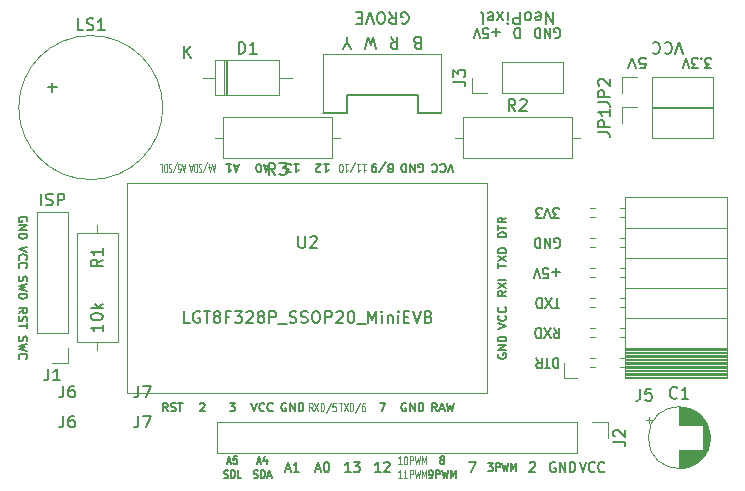
<source format=gbr>
G04 #@! TF.GenerationSoftware,KiCad,Pcbnew,5.1.7-a382d34a8~87~ubuntu20.04.1*
G04 #@! TF.CreationDate,2020-11-07T19:00:24+09:00*
G04 #@! TF.ProjectId,AKBONE2020LGT8F,414b424f-4e45-4323-9032-304c47543846,rev?*
G04 #@! TF.SameCoordinates,Original*
G04 #@! TF.FileFunction,Legend,Top*
G04 #@! TF.FilePolarity,Positive*
%FSLAX46Y46*%
G04 Gerber Fmt 4.6, Leading zero omitted, Abs format (unit mm)*
G04 Created by KiCad (PCBNEW 5.1.7-a382d34a8~87~ubuntu20.04.1) date 2020-11-07 19:00:24*
%MOMM*%
%LPD*%
G01*
G04 APERTURE LIST*
%ADD10C,0.170000*%
%ADD11C,0.150000*%
%ADD12C,0.125000*%
%ADD13C,0.200000*%
%ADD14C,0.120000*%
%ADD15C,0.100000*%
G04 APERTURE END LIST*
D10*
X215163333Y-113892857D02*
X215430000Y-114321428D01*
X215620476Y-113892857D02*
X215620476Y-114792857D01*
X215315714Y-114792857D01*
X215239523Y-114750000D01*
X215201428Y-114707142D01*
X215163333Y-114621428D01*
X215163333Y-114492857D01*
X215201428Y-114407142D01*
X215239523Y-114364285D01*
X215315714Y-114321428D01*
X215620476Y-114321428D01*
X214896666Y-114792857D02*
X214363333Y-113892857D01*
X214363333Y-114792857D02*
X214896666Y-113892857D01*
X214058571Y-113892857D02*
X214058571Y-114792857D01*
X213868095Y-114792857D01*
X213753809Y-114750000D01*
X213677619Y-114664285D01*
X213639523Y-114578571D01*
X213601428Y-114407142D01*
X213601428Y-114278571D01*
X213639523Y-114107142D01*
X213677619Y-114021428D01*
X213753809Y-113935714D01*
X213868095Y-113892857D01*
X214058571Y-113892857D01*
X215639523Y-112252857D02*
X215182380Y-112252857D01*
X215410952Y-111352857D02*
X215410952Y-112252857D01*
X214991904Y-112252857D02*
X214458571Y-111352857D01*
X214458571Y-112252857D02*
X214991904Y-111352857D01*
X214153809Y-111352857D02*
X214153809Y-112252857D01*
X213963333Y-112252857D01*
X213849047Y-112210000D01*
X213772857Y-112124285D01*
X213734761Y-112038571D01*
X213696666Y-111867142D01*
X213696666Y-111738571D01*
X213734761Y-111567142D01*
X213772857Y-111481428D01*
X213849047Y-111395714D01*
X213963333Y-111352857D01*
X214153809Y-111352857D01*
X215620476Y-104632857D02*
X215125238Y-104632857D01*
X215391904Y-104290000D01*
X215277619Y-104290000D01*
X215201428Y-104247142D01*
X215163333Y-104204285D01*
X215125238Y-104118571D01*
X215125238Y-103904285D01*
X215163333Y-103818571D01*
X215201428Y-103775714D01*
X215277619Y-103732857D01*
X215506190Y-103732857D01*
X215582380Y-103775714D01*
X215620476Y-103818571D01*
X214896666Y-104632857D02*
X214630000Y-103732857D01*
X214363333Y-104632857D01*
X214172857Y-104632857D02*
X213677619Y-104632857D01*
X213944285Y-104290000D01*
X213830000Y-104290000D01*
X213753809Y-104247142D01*
X213715714Y-104204285D01*
X213677619Y-104118571D01*
X213677619Y-103904285D01*
X213715714Y-103818571D01*
X213753809Y-103775714D01*
X213830000Y-103732857D01*
X214058571Y-103732857D01*
X214134761Y-103775714D01*
X214172857Y-103818571D01*
X215239523Y-107130000D02*
X215315714Y-107172857D01*
X215430000Y-107172857D01*
X215544285Y-107130000D01*
X215620476Y-107044285D01*
X215658571Y-106958571D01*
X215696666Y-106787142D01*
X215696666Y-106658571D01*
X215658571Y-106487142D01*
X215620476Y-106401428D01*
X215544285Y-106315714D01*
X215430000Y-106272857D01*
X215353809Y-106272857D01*
X215239523Y-106315714D01*
X215201428Y-106358571D01*
X215201428Y-106658571D01*
X215353809Y-106658571D01*
X214858571Y-106272857D02*
X214858571Y-107172857D01*
X214401428Y-106272857D01*
X214401428Y-107172857D01*
X214020476Y-106272857D02*
X214020476Y-107172857D01*
X213830000Y-107172857D01*
X213715714Y-107130000D01*
X213639523Y-107044285D01*
X213601428Y-106958571D01*
X213563333Y-106787142D01*
X213563333Y-106658571D01*
X213601428Y-106487142D01*
X213639523Y-106401428D01*
X213715714Y-106315714D01*
X213830000Y-106272857D01*
X214020476Y-106272857D01*
X215658571Y-109155714D02*
X215049047Y-109155714D01*
X215353809Y-108812857D02*
X215353809Y-109498571D01*
X214287142Y-109712857D02*
X214668095Y-109712857D01*
X214706190Y-109284285D01*
X214668095Y-109327142D01*
X214591904Y-109370000D01*
X214401428Y-109370000D01*
X214325238Y-109327142D01*
X214287142Y-109284285D01*
X214249047Y-109198571D01*
X214249047Y-108984285D01*
X214287142Y-108898571D01*
X214325238Y-108855714D01*
X214401428Y-108812857D01*
X214591904Y-108812857D01*
X214668095Y-108855714D01*
X214706190Y-108898571D01*
X214020476Y-109712857D02*
X213753809Y-108812857D01*
X213487142Y-109712857D01*
X215544285Y-116432857D02*
X215544285Y-117332857D01*
X215353809Y-117332857D01*
X215239523Y-117290000D01*
X215163333Y-117204285D01*
X215125238Y-117118571D01*
X215087142Y-116947142D01*
X215087142Y-116818571D01*
X215125238Y-116647142D01*
X215163333Y-116561428D01*
X215239523Y-116475714D01*
X215353809Y-116432857D01*
X215544285Y-116432857D01*
X214858571Y-117332857D02*
X214401428Y-117332857D01*
X214630000Y-116432857D02*
X214630000Y-117332857D01*
X213677619Y-116432857D02*
X213944285Y-116861428D01*
X214134761Y-116432857D02*
X214134761Y-117332857D01*
X213830000Y-117332857D01*
X213753809Y-117290000D01*
X213715714Y-117247142D01*
X213677619Y-117161428D01*
X213677619Y-117032857D01*
X213715714Y-116947142D01*
X213753809Y-116904285D01*
X213830000Y-116861428D01*
X214134761Y-116861428D01*
D11*
X187531428Y-125246666D02*
X187817142Y-125246666D01*
X187474285Y-125446666D02*
X187674285Y-124746666D01*
X187874285Y-125446666D01*
X188360000Y-124746666D02*
X188074285Y-124746666D01*
X188045714Y-125080000D01*
X188074285Y-125046666D01*
X188131428Y-125013333D01*
X188274285Y-125013333D01*
X188331428Y-125046666D01*
X188360000Y-125080000D01*
X188388571Y-125146666D01*
X188388571Y-125313333D01*
X188360000Y-125380000D01*
X188331428Y-125413333D01*
X188274285Y-125446666D01*
X188131428Y-125446666D01*
X188074285Y-125413333D01*
X188045714Y-125380000D01*
X187245714Y-126613333D02*
X187331428Y-126646666D01*
X187474285Y-126646666D01*
X187531428Y-126613333D01*
X187560000Y-126580000D01*
X187588571Y-126513333D01*
X187588571Y-126446666D01*
X187560000Y-126380000D01*
X187531428Y-126346666D01*
X187474285Y-126313333D01*
X187360000Y-126280000D01*
X187302857Y-126246666D01*
X187274285Y-126213333D01*
X187245714Y-126146666D01*
X187245714Y-126080000D01*
X187274285Y-126013333D01*
X187302857Y-125980000D01*
X187360000Y-125946666D01*
X187502857Y-125946666D01*
X187588571Y-125980000D01*
X187845714Y-126646666D02*
X187845714Y-125946666D01*
X187988571Y-125946666D01*
X188074285Y-125980000D01*
X188131428Y-126046666D01*
X188160000Y-126113333D01*
X188188571Y-126246666D01*
X188188571Y-126346666D01*
X188160000Y-126480000D01*
X188131428Y-126546666D01*
X188074285Y-126613333D01*
X187988571Y-126646666D01*
X187845714Y-126646666D01*
X188731428Y-126646666D02*
X188445714Y-126646666D01*
X188445714Y-125946666D01*
D10*
X192468571Y-125880000D02*
X192849523Y-125880000D01*
X192392380Y-126137142D02*
X192659047Y-125237142D01*
X192925714Y-126137142D01*
X193611428Y-126137142D02*
X193154285Y-126137142D01*
X193382857Y-126137142D02*
X193382857Y-125237142D01*
X193306666Y-125365714D01*
X193230476Y-125451428D01*
X193154285Y-125494285D01*
D11*
X190071428Y-125246666D02*
X190357142Y-125246666D01*
X190014285Y-125446666D02*
X190214285Y-124746666D01*
X190414285Y-125446666D01*
X190871428Y-124980000D02*
X190871428Y-125446666D01*
X190728571Y-124713333D02*
X190585714Y-125213333D01*
X190957142Y-125213333D01*
X189771428Y-126613333D02*
X189857142Y-126646666D01*
X190000000Y-126646666D01*
X190057142Y-126613333D01*
X190085714Y-126580000D01*
X190114285Y-126513333D01*
X190114285Y-126446666D01*
X190085714Y-126380000D01*
X190057142Y-126346666D01*
X190000000Y-126313333D01*
X189885714Y-126280000D01*
X189828571Y-126246666D01*
X189800000Y-126213333D01*
X189771428Y-126146666D01*
X189771428Y-126080000D01*
X189800000Y-126013333D01*
X189828571Y-125980000D01*
X189885714Y-125946666D01*
X190028571Y-125946666D01*
X190114285Y-125980000D01*
X190371428Y-126646666D02*
X190371428Y-125946666D01*
X190514285Y-125946666D01*
X190600000Y-125980000D01*
X190657142Y-126046666D01*
X190685714Y-126113333D01*
X190714285Y-126246666D01*
X190714285Y-126346666D01*
X190685714Y-126480000D01*
X190657142Y-126546666D01*
X190600000Y-126613333D01*
X190514285Y-126646666D01*
X190371428Y-126646666D01*
X190942857Y-126446666D02*
X191228571Y-126446666D01*
X190885714Y-126646666D02*
X191085714Y-125946666D01*
X191285714Y-126646666D01*
D10*
X200507619Y-126137142D02*
X200050476Y-126137142D01*
X200279047Y-126137142D02*
X200279047Y-125237142D01*
X200202857Y-125365714D01*
X200126666Y-125451428D01*
X200050476Y-125494285D01*
X200812380Y-125322857D02*
X200850476Y-125280000D01*
X200926666Y-125237142D01*
X201117142Y-125237142D01*
X201193333Y-125280000D01*
X201231428Y-125322857D01*
X201269523Y-125408571D01*
X201269523Y-125494285D01*
X201231428Y-125622857D01*
X200774285Y-126137142D01*
X201269523Y-126137142D01*
X195008571Y-125880000D02*
X195389523Y-125880000D01*
X194932380Y-126137142D02*
X195199047Y-125237142D01*
X195465714Y-126137142D01*
X195884761Y-125237142D02*
X195960952Y-125237142D01*
X196037142Y-125280000D01*
X196075238Y-125322857D01*
X196113333Y-125408571D01*
X196151428Y-125580000D01*
X196151428Y-125794285D01*
X196113333Y-125965714D01*
X196075238Y-126051428D01*
X196037142Y-126094285D01*
X195960952Y-126137142D01*
X195884761Y-126137142D01*
X195808571Y-126094285D01*
X195770476Y-126051428D01*
X195732380Y-125965714D01*
X195694285Y-125794285D01*
X195694285Y-125580000D01*
X195732380Y-125408571D01*
X195770476Y-125322857D01*
X195808571Y-125280000D01*
X195884761Y-125237142D01*
X197967619Y-126137142D02*
X197510476Y-126137142D01*
X197739047Y-126137142D02*
X197739047Y-125237142D01*
X197662857Y-125365714D01*
X197586666Y-125451428D01*
X197510476Y-125494285D01*
X198234285Y-125237142D02*
X198729523Y-125237142D01*
X198462857Y-125580000D01*
X198577142Y-125580000D01*
X198653333Y-125622857D01*
X198691428Y-125665714D01*
X198729523Y-125751428D01*
X198729523Y-125965714D01*
X198691428Y-126051428D01*
X198653333Y-126094285D01*
X198577142Y-126137142D01*
X198348571Y-126137142D01*
X198272380Y-126094285D01*
X198234285Y-126051428D01*
D12*
X202283333Y-125459166D02*
X201997619Y-125459166D01*
X202140476Y-125459166D02*
X202140476Y-124759166D01*
X202092857Y-124859166D01*
X202045238Y-124925833D01*
X201997619Y-124959166D01*
X202592857Y-124759166D02*
X202640476Y-124759166D01*
X202688095Y-124792500D01*
X202711904Y-124825833D01*
X202735714Y-124892500D01*
X202759523Y-125025833D01*
X202759523Y-125192500D01*
X202735714Y-125325833D01*
X202711904Y-125392500D01*
X202688095Y-125425833D01*
X202640476Y-125459166D01*
X202592857Y-125459166D01*
X202545238Y-125425833D01*
X202521428Y-125392500D01*
X202497619Y-125325833D01*
X202473809Y-125192500D01*
X202473809Y-125025833D01*
X202497619Y-124892500D01*
X202521428Y-124825833D01*
X202545238Y-124792500D01*
X202592857Y-124759166D01*
X202973809Y-125459166D02*
X202973809Y-124759166D01*
X203164285Y-124759166D01*
X203211904Y-124792500D01*
X203235714Y-124825833D01*
X203259523Y-124892500D01*
X203259523Y-124992500D01*
X203235714Y-125059166D01*
X203211904Y-125092500D01*
X203164285Y-125125833D01*
X202973809Y-125125833D01*
X203426190Y-124759166D02*
X203545238Y-125459166D01*
X203640476Y-124959166D01*
X203735714Y-125459166D01*
X203854761Y-124759166D01*
X204045238Y-125459166D02*
X204045238Y-124759166D01*
X204211904Y-125259166D01*
X204378571Y-124759166D01*
X204378571Y-125459166D01*
X202283333Y-126634166D02*
X201997619Y-126634166D01*
X202140476Y-126634166D02*
X202140476Y-125934166D01*
X202092857Y-126034166D01*
X202045238Y-126100833D01*
X201997619Y-126134166D01*
X202759523Y-126634166D02*
X202473809Y-126634166D01*
X202616666Y-126634166D02*
X202616666Y-125934166D01*
X202569047Y-126034166D01*
X202521428Y-126100833D01*
X202473809Y-126134166D01*
X202973809Y-126634166D02*
X202973809Y-125934166D01*
X203164285Y-125934166D01*
X203211904Y-125967500D01*
X203235714Y-126000833D01*
X203259523Y-126067500D01*
X203259523Y-126167500D01*
X203235714Y-126234166D01*
X203211904Y-126267500D01*
X203164285Y-126300833D01*
X202973809Y-126300833D01*
X203426190Y-125934166D02*
X203545238Y-126634166D01*
X203640476Y-126134166D01*
X203735714Y-126634166D01*
X203854761Y-125934166D01*
X204045238Y-126634166D02*
X204045238Y-125934166D01*
X204211904Y-126434166D01*
X204378571Y-125934166D01*
X204378571Y-126634166D01*
D10*
X208013333Y-125237142D02*
X208546666Y-125237142D01*
X208203809Y-126137142D01*
D11*
X205682857Y-125046666D02*
X205625714Y-125013333D01*
X205597142Y-124980000D01*
X205568571Y-124913333D01*
X205568571Y-124880000D01*
X205597142Y-124813333D01*
X205625714Y-124780000D01*
X205682857Y-124746666D01*
X205797142Y-124746666D01*
X205854285Y-124780000D01*
X205882857Y-124813333D01*
X205911428Y-124880000D01*
X205911428Y-124913333D01*
X205882857Y-124980000D01*
X205854285Y-125013333D01*
X205797142Y-125046666D01*
X205682857Y-125046666D01*
X205625714Y-125080000D01*
X205597142Y-125113333D01*
X205568571Y-125180000D01*
X205568571Y-125313333D01*
X205597142Y-125380000D01*
X205625714Y-125413333D01*
X205682857Y-125446666D01*
X205797142Y-125446666D01*
X205854285Y-125413333D01*
X205882857Y-125380000D01*
X205911428Y-125313333D01*
X205911428Y-125180000D01*
X205882857Y-125113333D01*
X205854285Y-125080000D01*
X205797142Y-125046666D01*
X204640000Y-126646666D02*
X204754285Y-126646666D01*
X204811428Y-126613333D01*
X204840000Y-126580000D01*
X204897142Y-126480000D01*
X204925714Y-126346666D01*
X204925714Y-126080000D01*
X204897142Y-126013333D01*
X204868571Y-125980000D01*
X204811428Y-125946666D01*
X204697142Y-125946666D01*
X204640000Y-125980000D01*
X204611428Y-126013333D01*
X204582857Y-126080000D01*
X204582857Y-126246666D01*
X204611428Y-126313333D01*
X204640000Y-126346666D01*
X204697142Y-126380000D01*
X204811428Y-126380000D01*
X204868571Y-126346666D01*
X204897142Y-126313333D01*
X204925714Y-126246666D01*
X205182857Y-126646666D02*
X205182857Y-125946666D01*
X205411428Y-125946666D01*
X205468571Y-125980000D01*
X205497142Y-126013333D01*
X205525714Y-126080000D01*
X205525714Y-126180000D01*
X205497142Y-126246666D01*
X205468571Y-126280000D01*
X205411428Y-126313333D01*
X205182857Y-126313333D01*
X205725714Y-125946666D02*
X205868571Y-126646666D01*
X205982857Y-126146666D01*
X206097142Y-126646666D01*
X206240000Y-125946666D01*
X206468571Y-126646666D02*
X206468571Y-125946666D01*
X206668571Y-126446666D01*
X206868571Y-125946666D01*
X206868571Y-126646666D01*
D10*
X213131428Y-125322857D02*
X213169523Y-125280000D01*
X213245714Y-125237142D01*
X213436190Y-125237142D01*
X213512380Y-125280000D01*
X213550476Y-125322857D01*
X213588571Y-125408571D01*
X213588571Y-125494285D01*
X213550476Y-125622857D01*
X213093333Y-126137142D01*
X213588571Y-126137142D01*
D11*
X209634285Y-125346666D02*
X210005714Y-125346666D01*
X209805714Y-125613333D01*
X209891428Y-125613333D01*
X209948571Y-125646666D01*
X209977142Y-125680000D01*
X210005714Y-125746666D01*
X210005714Y-125913333D01*
X209977142Y-125980000D01*
X209948571Y-126013333D01*
X209891428Y-126046666D01*
X209720000Y-126046666D01*
X209662857Y-126013333D01*
X209634285Y-125980000D01*
X210262857Y-126046666D02*
X210262857Y-125346666D01*
X210491428Y-125346666D01*
X210548571Y-125380000D01*
X210577142Y-125413333D01*
X210605714Y-125480000D01*
X210605714Y-125580000D01*
X210577142Y-125646666D01*
X210548571Y-125680000D01*
X210491428Y-125713333D01*
X210262857Y-125713333D01*
X210805714Y-125346666D02*
X210948571Y-126046666D01*
X211062857Y-125546666D01*
X211177142Y-126046666D01*
X211320000Y-125346666D01*
X211548571Y-126046666D02*
X211548571Y-125346666D01*
X211748571Y-125846666D01*
X211948571Y-125346666D01*
X211948571Y-126046666D01*
D10*
X215290476Y-125280000D02*
X215214285Y-125237142D01*
X215100000Y-125237142D01*
X214985714Y-125280000D01*
X214909523Y-125365714D01*
X214871428Y-125451428D01*
X214833333Y-125622857D01*
X214833333Y-125751428D01*
X214871428Y-125922857D01*
X214909523Y-126008571D01*
X214985714Y-126094285D01*
X215100000Y-126137142D01*
X215176190Y-126137142D01*
X215290476Y-126094285D01*
X215328571Y-126051428D01*
X215328571Y-125751428D01*
X215176190Y-125751428D01*
X215671428Y-126137142D02*
X215671428Y-125237142D01*
X216128571Y-126137142D01*
X216128571Y-125237142D01*
X216509523Y-126137142D02*
X216509523Y-125237142D01*
X216700000Y-125237142D01*
X216814285Y-125280000D01*
X216890476Y-125365714D01*
X216928571Y-125451428D01*
X216966666Y-125622857D01*
X216966666Y-125751428D01*
X216928571Y-125922857D01*
X216890476Y-126008571D01*
X216814285Y-126094285D01*
X216700000Y-126137142D01*
X216509523Y-126137142D01*
X217373333Y-125237142D02*
X217640000Y-126137142D01*
X217906666Y-125237142D01*
X218630476Y-126051428D02*
X218592380Y-126094285D01*
X218478095Y-126137142D01*
X218401904Y-126137142D01*
X218287619Y-126094285D01*
X218211428Y-126008571D01*
X218173333Y-125922857D01*
X218135238Y-125751428D01*
X218135238Y-125622857D01*
X218173333Y-125451428D01*
X218211428Y-125365714D01*
X218287619Y-125280000D01*
X218401904Y-125237142D01*
X218478095Y-125237142D01*
X218592380Y-125280000D01*
X218630476Y-125322857D01*
X219430476Y-126051428D02*
X219392380Y-126094285D01*
X219278095Y-126137142D01*
X219201904Y-126137142D01*
X219087619Y-126094285D01*
X219011428Y-126008571D01*
X218973333Y-125922857D01*
X218935238Y-125751428D01*
X218935238Y-125622857D01*
X218973333Y-125451428D01*
X219011428Y-125365714D01*
X219087619Y-125280000D01*
X219201904Y-125237142D01*
X219278095Y-125237142D01*
X219392380Y-125280000D01*
X219430476Y-125322857D01*
D13*
X202302857Y-88130000D02*
X202398095Y-88177619D01*
X202540952Y-88177619D01*
X202683809Y-88130000D01*
X202779047Y-88034761D01*
X202826666Y-87939523D01*
X202874285Y-87749047D01*
X202874285Y-87606190D01*
X202826666Y-87415714D01*
X202779047Y-87320476D01*
X202683809Y-87225238D01*
X202540952Y-87177619D01*
X202445714Y-87177619D01*
X202302857Y-87225238D01*
X202255238Y-87272857D01*
X202255238Y-87606190D01*
X202445714Y-87606190D01*
X201255238Y-87177619D02*
X201588571Y-87653809D01*
X201826666Y-87177619D02*
X201826666Y-88177619D01*
X201445714Y-88177619D01*
X201350476Y-88130000D01*
X201302857Y-88082380D01*
X201255238Y-87987142D01*
X201255238Y-87844285D01*
X201302857Y-87749047D01*
X201350476Y-87701428D01*
X201445714Y-87653809D01*
X201826666Y-87653809D01*
X200636190Y-88177619D02*
X200445714Y-88177619D01*
X200350476Y-88130000D01*
X200255238Y-88034761D01*
X200207619Y-87844285D01*
X200207619Y-87510952D01*
X200255238Y-87320476D01*
X200350476Y-87225238D01*
X200445714Y-87177619D01*
X200636190Y-87177619D01*
X200731428Y-87225238D01*
X200826666Y-87320476D01*
X200874285Y-87510952D01*
X200874285Y-87844285D01*
X200826666Y-88034761D01*
X200731428Y-88130000D01*
X200636190Y-88177619D01*
X199921904Y-88177619D02*
X199588571Y-87177619D01*
X199255238Y-88177619D01*
X198921904Y-87701428D02*
X198588571Y-87701428D01*
X198445714Y-87177619D02*
X198921904Y-87177619D01*
X198921904Y-88177619D01*
X198445714Y-88177619D01*
X228510952Y-91932857D02*
X228015714Y-91932857D01*
X228282380Y-91590000D01*
X228168095Y-91590000D01*
X228091904Y-91547142D01*
X228053809Y-91504285D01*
X228015714Y-91418571D01*
X228015714Y-91204285D01*
X228053809Y-91118571D01*
X228091904Y-91075714D01*
X228168095Y-91032857D01*
X228396666Y-91032857D01*
X228472857Y-91075714D01*
X228510952Y-91118571D01*
X227672857Y-91118571D02*
X227634761Y-91075714D01*
X227672857Y-91032857D01*
X227710952Y-91075714D01*
X227672857Y-91118571D01*
X227672857Y-91032857D01*
X227368095Y-91932857D02*
X226872857Y-91932857D01*
X227139523Y-91590000D01*
X227025238Y-91590000D01*
X226949047Y-91547142D01*
X226910952Y-91504285D01*
X226872857Y-91418571D01*
X226872857Y-91204285D01*
X226910952Y-91118571D01*
X226949047Y-91075714D01*
X227025238Y-91032857D01*
X227253809Y-91032857D01*
X227330000Y-91075714D01*
X227368095Y-91118571D01*
X226644285Y-91932857D02*
X226377619Y-91032857D01*
X226110952Y-91932857D01*
X222440476Y-91932857D02*
X222916666Y-91932857D01*
X222964285Y-91504285D01*
X222916666Y-91547142D01*
X222821428Y-91590000D01*
X222583333Y-91590000D01*
X222488095Y-91547142D01*
X222440476Y-91504285D01*
X222392857Y-91418571D01*
X222392857Y-91204285D01*
X222440476Y-91118571D01*
X222488095Y-91075714D01*
X222583333Y-91032857D01*
X222821428Y-91032857D01*
X222916666Y-91075714D01*
X222964285Y-91118571D01*
X222107142Y-91932857D02*
X221773809Y-91032857D01*
X221440476Y-91932857D01*
X226123333Y-90717619D02*
X225790000Y-89717619D01*
X225456666Y-90717619D01*
X224551904Y-89812857D02*
X224599523Y-89765238D01*
X224742380Y-89717619D01*
X224837619Y-89717619D01*
X224980476Y-89765238D01*
X225075714Y-89860476D01*
X225123333Y-89955714D01*
X225170952Y-90146190D01*
X225170952Y-90289047D01*
X225123333Y-90479523D01*
X225075714Y-90574761D01*
X224980476Y-90670000D01*
X224837619Y-90717619D01*
X224742380Y-90717619D01*
X224599523Y-90670000D01*
X224551904Y-90622380D01*
X223551904Y-89812857D02*
X223599523Y-89765238D01*
X223742380Y-89717619D01*
X223837619Y-89717619D01*
X223980476Y-89765238D01*
X224075714Y-89860476D01*
X224123333Y-89955714D01*
X224170952Y-90146190D01*
X224170952Y-90289047D01*
X224123333Y-90479523D01*
X224075714Y-90574761D01*
X223980476Y-90670000D01*
X223837619Y-90717619D01*
X223742380Y-90717619D01*
X223599523Y-90670000D01*
X223551904Y-90622380D01*
X215090000Y-87177619D02*
X215090000Y-88177619D01*
X214518571Y-87177619D01*
X214518571Y-88177619D01*
X213661428Y-87225238D02*
X213756666Y-87177619D01*
X213947142Y-87177619D01*
X214042380Y-87225238D01*
X214090000Y-87320476D01*
X214090000Y-87701428D01*
X214042380Y-87796666D01*
X213947142Y-87844285D01*
X213756666Y-87844285D01*
X213661428Y-87796666D01*
X213613809Y-87701428D01*
X213613809Y-87606190D01*
X214090000Y-87510952D01*
X213042380Y-87177619D02*
X213137619Y-87225238D01*
X213185238Y-87272857D01*
X213232857Y-87368095D01*
X213232857Y-87653809D01*
X213185238Y-87749047D01*
X213137619Y-87796666D01*
X213042380Y-87844285D01*
X212899523Y-87844285D01*
X212804285Y-87796666D01*
X212756666Y-87749047D01*
X212709047Y-87653809D01*
X212709047Y-87368095D01*
X212756666Y-87272857D01*
X212804285Y-87225238D01*
X212899523Y-87177619D01*
X213042380Y-87177619D01*
X212280476Y-87177619D02*
X212280476Y-88177619D01*
X211899523Y-88177619D01*
X211804285Y-88130000D01*
X211756666Y-88082380D01*
X211709047Y-87987142D01*
X211709047Y-87844285D01*
X211756666Y-87749047D01*
X211804285Y-87701428D01*
X211899523Y-87653809D01*
X212280476Y-87653809D01*
X211280476Y-87177619D02*
X211280476Y-87844285D01*
X211280476Y-88177619D02*
X211328095Y-88130000D01*
X211280476Y-88082380D01*
X211232857Y-88130000D01*
X211280476Y-88177619D01*
X211280476Y-88082380D01*
X210899523Y-87177619D02*
X210375714Y-87844285D01*
X210899523Y-87844285D02*
X210375714Y-87177619D01*
X209613809Y-87225238D02*
X209709047Y-87177619D01*
X209899523Y-87177619D01*
X209994761Y-87225238D01*
X210042380Y-87320476D01*
X210042380Y-87701428D01*
X209994761Y-87796666D01*
X209899523Y-87844285D01*
X209709047Y-87844285D01*
X209613809Y-87796666D01*
X209566190Y-87701428D01*
X209566190Y-87606190D01*
X210042380Y-87510952D01*
X208994761Y-87177619D02*
X209090000Y-87225238D01*
X209137619Y-87320476D01*
X209137619Y-88177619D01*
X215239523Y-89350000D02*
X215315714Y-89392857D01*
X215430000Y-89392857D01*
X215544285Y-89350000D01*
X215620476Y-89264285D01*
X215658571Y-89178571D01*
X215696666Y-89007142D01*
X215696666Y-88878571D01*
X215658571Y-88707142D01*
X215620476Y-88621428D01*
X215544285Y-88535714D01*
X215430000Y-88492857D01*
X215353809Y-88492857D01*
X215239523Y-88535714D01*
X215201428Y-88578571D01*
X215201428Y-88878571D01*
X215353809Y-88878571D01*
X214858571Y-88492857D02*
X214858571Y-89392857D01*
X214401428Y-88492857D01*
X214401428Y-89392857D01*
X214020476Y-88492857D02*
X214020476Y-89392857D01*
X213830000Y-89392857D01*
X213715714Y-89350000D01*
X213639523Y-89264285D01*
X213601428Y-89178571D01*
X213563333Y-89007142D01*
X213563333Y-88878571D01*
X213601428Y-88707142D01*
X213639523Y-88621428D01*
X213715714Y-88535714D01*
X213830000Y-88492857D01*
X214020476Y-88492857D01*
X212299523Y-88492857D02*
X212299523Y-89392857D01*
X212109047Y-89392857D01*
X211994761Y-89350000D01*
X211918571Y-89264285D01*
X211880476Y-89178571D01*
X211842380Y-89007142D01*
X211842380Y-88878571D01*
X211880476Y-88707142D01*
X211918571Y-88621428D01*
X211994761Y-88535714D01*
X212109047Y-88492857D01*
X212299523Y-88492857D01*
X210578571Y-88835714D02*
X209969047Y-88835714D01*
X210273809Y-88492857D02*
X210273809Y-89178571D01*
X209207142Y-89392857D02*
X209588095Y-89392857D01*
X209626190Y-88964285D01*
X209588095Y-89007142D01*
X209511904Y-89050000D01*
X209321428Y-89050000D01*
X209245238Y-89007142D01*
X209207142Y-88964285D01*
X209169047Y-88878571D01*
X209169047Y-88664285D01*
X209207142Y-88578571D01*
X209245238Y-88535714D01*
X209321428Y-88492857D01*
X209511904Y-88492857D01*
X209588095Y-88535714D01*
X209626190Y-88578571D01*
X208940476Y-89392857D02*
X208673809Y-88492857D01*
X208407142Y-89392857D01*
D14*
X228410000Y-123190000D02*
G75*
G03*
X228410000Y-123190000I-2620000J0D01*
G01*
X225790000Y-124230000D02*
X225790000Y-125770000D01*
X225790000Y-120610000D02*
X225790000Y-122150000D01*
X225830000Y-124230000D02*
X225830000Y-125770000D01*
X225830000Y-120610000D02*
X225830000Y-122150000D01*
X225870000Y-120611000D02*
X225870000Y-122150000D01*
X225870000Y-124230000D02*
X225870000Y-125769000D01*
X225910000Y-120612000D02*
X225910000Y-122150000D01*
X225910000Y-124230000D02*
X225910000Y-125768000D01*
X225950000Y-120614000D02*
X225950000Y-122150000D01*
X225950000Y-124230000D02*
X225950000Y-125766000D01*
X225990000Y-120617000D02*
X225990000Y-122150000D01*
X225990000Y-124230000D02*
X225990000Y-125763000D01*
X226030000Y-120621000D02*
X226030000Y-122150000D01*
X226030000Y-124230000D02*
X226030000Y-125759000D01*
X226070000Y-120625000D02*
X226070000Y-122150000D01*
X226070000Y-124230000D02*
X226070000Y-125755000D01*
X226110000Y-120629000D02*
X226110000Y-122150000D01*
X226110000Y-124230000D02*
X226110000Y-125751000D01*
X226150000Y-120634000D02*
X226150000Y-122150000D01*
X226150000Y-124230000D02*
X226150000Y-125746000D01*
X226190000Y-120640000D02*
X226190000Y-122150000D01*
X226190000Y-124230000D02*
X226190000Y-125740000D01*
X226230000Y-120647000D02*
X226230000Y-122150000D01*
X226230000Y-124230000D02*
X226230000Y-125733000D01*
X226270000Y-120654000D02*
X226270000Y-122150000D01*
X226270000Y-124230000D02*
X226270000Y-125726000D01*
X226310000Y-120662000D02*
X226310000Y-122150000D01*
X226310000Y-124230000D02*
X226310000Y-125718000D01*
X226350000Y-120670000D02*
X226350000Y-122150000D01*
X226350000Y-124230000D02*
X226350000Y-125710000D01*
X226390000Y-120679000D02*
X226390000Y-122150000D01*
X226390000Y-124230000D02*
X226390000Y-125701000D01*
X226430000Y-120689000D02*
X226430000Y-122150000D01*
X226430000Y-124230000D02*
X226430000Y-125691000D01*
X226470000Y-120699000D02*
X226470000Y-122150000D01*
X226470000Y-124230000D02*
X226470000Y-125681000D01*
X226511000Y-120710000D02*
X226511000Y-122150000D01*
X226511000Y-124230000D02*
X226511000Y-125670000D01*
X226551000Y-120722000D02*
X226551000Y-122150000D01*
X226551000Y-124230000D02*
X226551000Y-125658000D01*
X226591000Y-120735000D02*
X226591000Y-122150000D01*
X226591000Y-124230000D02*
X226591000Y-125645000D01*
X226631000Y-120748000D02*
X226631000Y-122150000D01*
X226631000Y-124230000D02*
X226631000Y-125632000D01*
X226671000Y-120762000D02*
X226671000Y-122150000D01*
X226671000Y-124230000D02*
X226671000Y-125618000D01*
X226711000Y-120776000D02*
X226711000Y-122150000D01*
X226711000Y-124230000D02*
X226711000Y-125604000D01*
X226751000Y-120792000D02*
X226751000Y-122150000D01*
X226751000Y-124230000D02*
X226751000Y-125588000D01*
X226791000Y-120808000D02*
X226791000Y-122150000D01*
X226791000Y-124230000D02*
X226791000Y-125572000D01*
X226831000Y-120825000D02*
X226831000Y-122150000D01*
X226831000Y-124230000D02*
X226831000Y-125555000D01*
X226871000Y-120842000D02*
X226871000Y-122150000D01*
X226871000Y-124230000D02*
X226871000Y-125538000D01*
X226911000Y-120861000D02*
X226911000Y-122150000D01*
X226911000Y-124230000D02*
X226911000Y-125519000D01*
X226951000Y-120880000D02*
X226951000Y-122150000D01*
X226951000Y-124230000D02*
X226951000Y-125500000D01*
X226991000Y-120900000D02*
X226991000Y-122150000D01*
X226991000Y-124230000D02*
X226991000Y-125480000D01*
X227031000Y-120922000D02*
X227031000Y-122150000D01*
X227031000Y-124230000D02*
X227031000Y-125458000D01*
X227071000Y-120943000D02*
X227071000Y-122150000D01*
X227071000Y-124230000D02*
X227071000Y-125437000D01*
X227111000Y-120966000D02*
X227111000Y-122150000D01*
X227111000Y-124230000D02*
X227111000Y-125414000D01*
X227151000Y-120990000D02*
X227151000Y-122150000D01*
X227151000Y-124230000D02*
X227151000Y-125390000D01*
X227191000Y-121015000D02*
X227191000Y-122150000D01*
X227191000Y-124230000D02*
X227191000Y-125365000D01*
X227231000Y-121041000D02*
X227231000Y-122150000D01*
X227231000Y-124230000D02*
X227231000Y-125339000D01*
X227271000Y-121068000D02*
X227271000Y-122150000D01*
X227271000Y-124230000D02*
X227271000Y-125312000D01*
X227311000Y-121095000D02*
X227311000Y-122150000D01*
X227311000Y-124230000D02*
X227311000Y-125285000D01*
X227351000Y-121125000D02*
X227351000Y-122150000D01*
X227351000Y-124230000D02*
X227351000Y-125255000D01*
X227391000Y-121155000D02*
X227391000Y-122150000D01*
X227391000Y-124230000D02*
X227391000Y-125225000D01*
X227431000Y-121186000D02*
X227431000Y-122150000D01*
X227431000Y-124230000D02*
X227431000Y-125194000D01*
X227471000Y-121219000D02*
X227471000Y-122150000D01*
X227471000Y-124230000D02*
X227471000Y-125161000D01*
X227511000Y-121253000D02*
X227511000Y-122150000D01*
X227511000Y-124230000D02*
X227511000Y-125127000D01*
X227551000Y-121289000D02*
X227551000Y-122150000D01*
X227551000Y-124230000D02*
X227551000Y-125091000D01*
X227591000Y-121326000D02*
X227591000Y-122150000D01*
X227591000Y-124230000D02*
X227591000Y-125054000D01*
X227631000Y-121364000D02*
X227631000Y-122150000D01*
X227631000Y-124230000D02*
X227631000Y-125016000D01*
X227671000Y-121405000D02*
X227671000Y-122150000D01*
X227671000Y-124230000D02*
X227671000Y-124975000D01*
X227711000Y-121447000D02*
X227711000Y-122150000D01*
X227711000Y-124230000D02*
X227711000Y-124933000D01*
X227751000Y-121491000D02*
X227751000Y-122150000D01*
X227751000Y-124230000D02*
X227751000Y-124889000D01*
X227791000Y-121537000D02*
X227791000Y-122150000D01*
X227791000Y-124230000D02*
X227791000Y-124843000D01*
X227831000Y-121585000D02*
X227831000Y-124795000D01*
X227871000Y-121636000D02*
X227871000Y-124744000D01*
X227911000Y-121690000D02*
X227911000Y-124690000D01*
X227951000Y-121747000D02*
X227951000Y-124633000D01*
X227991000Y-121807000D02*
X227991000Y-124573000D01*
X228031000Y-121871000D02*
X228031000Y-124509000D01*
X228071000Y-121939000D02*
X228071000Y-124441000D01*
X228111000Y-122012000D02*
X228111000Y-124368000D01*
X228151000Y-122092000D02*
X228151000Y-124288000D01*
X228191000Y-122179000D02*
X228191000Y-124201000D01*
X228231000Y-122275000D02*
X228231000Y-124105000D01*
X228271000Y-122385000D02*
X228271000Y-123995000D01*
X228311000Y-122513000D02*
X228311000Y-123867000D01*
X228351000Y-122672000D02*
X228351000Y-123708000D01*
X228391000Y-122906000D02*
X228391000Y-123474000D01*
X222985225Y-121715000D02*
X223485225Y-121715000D01*
X223235225Y-121465000D02*
X223235225Y-121965000D01*
X186510000Y-91240000D02*
X186510000Y-94180000D01*
X186510000Y-94180000D02*
X191950000Y-94180000D01*
X191950000Y-94180000D02*
X191950000Y-91240000D01*
X191950000Y-91240000D02*
X186510000Y-91240000D01*
X185490000Y-92710000D02*
X186510000Y-92710000D01*
X192970000Y-92710000D02*
X191950000Y-92710000D01*
X187410000Y-91240000D02*
X187410000Y-94180000D01*
X187530000Y-91240000D02*
X187530000Y-94180000D01*
X187290000Y-91240000D02*
X187290000Y-94180000D01*
X174050000Y-104080000D02*
X171390000Y-104080000D01*
X174050000Y-114300000D02*
X174050000Y-104080000D01*
X171390000Y-114300000D02*
X171390000Y-104080000D01*
X174050000Y-114300000D02*
X171390000Y-114300000D01*
X174050000Y-115570000D02*
X174050000Y-116900000D01*
X174050000Y-116900000D02*
X172720000Y-116900000D01*
X186630000Y-121860000D02*
X186630000Y-124520000D01*
X217170000Y-121860000D02*
X186630000Y-121860000D01*
X217170000Y-124520000D02*
X186630000Y-124520000D01*
X217170000Y-121860000D02*
X217170000Y-124520000D01*
X218440000Y-121860000D02*
X219770000Y-121860000D01*
X219770000Y-121860000D02*
X219770000Y-123190000D01*
X215960000Y-94040000D02*
X215960000Y-91380000D01*
X210820000Y-94040000D02*
X215960000Y-94040000D01*
X210820000Y-91380000D02*
X215960000Y-91380000D01*
X210820000Y-94040000D02*
X210820000Y-91380000D01*
X209550000Y-94040000D02*
X208220000Y-94040000D01*
X208220000Y-94040000D02*
X208220000Y-92710000D01*
X223520000Y-97850000D02*
X223520000Y-95190000D01*
X223520000Y-97850000D02*
X228660000Y-97850000D01*
X228660000Y-97850000D02*
X228660000Y-95190000D01*
X223520000Y-95190000D02*
X228660000Y-95190000D01*
X220920000Y-95190000D02*
X222250000Y-95190000D01*
X220920000Y-96520000D02*
X220920000Y-95190000D01*
X220920000Y-93980000D02*
X220920000Y-92650000D01*
X220920000Y-92650000D02*
X222250000Y-92650000D01*
X223520000Y-92650000D02*
X228660000Y-92650000D01*
X228660000Y-95310000D02*
X228660000Y-92650000D01*
X223520000Y-95310000D02*
X228660000Y-95310000D01*
X223520000Y-95310000D02*
X223520000Y-92650000D01*
X178250000Y-105870000D02*
X174810000Y-105870000D01*
X174810000Y-105870000D02*
X174810000Y-115110000D01*
X174810000Y-115110000D02*
X178250000Y-115110000D01*
X178250000Y-115110000D02*
X178250000Y-105870000D01*
X176530000Y-105180000D02*
X176530000Y-105870000D01*
X176530000Y-115800000D02*
X176530000Y-115110000D01*
X217400000Y-97790000D02*
X216710000Y-97790000D01*
X206780000Y-97790000D02*
X207470000Y-97790000D01*
X216710000Y-96070000D02*
X207470000Y-96070000D01*
X216710000Y-99510000D02*
X216710000Y-96070000D01*
X207470000Y-99510000D02*
X216710000Y-99510000D01*
X207470000Y-96070000D02*
X207470000Y-99510000D01*
X205660000Y-90710000D02*
X205660000Y-95710000D01*
X195660000Y-90710000D02*
X205660000Y-90710000D01*
X195660000Y-95710000D02*
X195660000Y-90710000D01*
D11*
X203660000Y-95710000D02*
X203660000Y-94210000D01*
X205660000Y-95710000D02*
X203660000Y-95710000D01*
X197660000Y-94210000D02*
X203660000Y-94210000D01*
X197660000Y-95710000D02*
X197660000Y-94210000D01*
X195660000Y-95710000D02*
X197660000Y-95710000D01*
D14*
X179070000Y-119380000D02*
X209550000Y-119380000D01*
X209550000Y-119380000D02*
X209550000Y-101600000D01*
X209550000Y-101600000D02*
X179070000Y-101600000D01*
X179070000Y-101600000D02*
X179070000Y-119380000D01*
X217170000Y-118170000D02*
X216060000Y-118170000D01*
X216060000Y-118170000D02*
X216060000Y-116840000D01*
X229800000Y-118170000D02*
X229800000Y-102810000D01*
X229800000Y-102810000D02*
X221170000Y-102810000D01*
X221170000Y-118170000D02*
X221170000Y-102810000D01*
X229800000Y-118170000D02*
X221170000Y-118170000D01*
X229800000Y-105410000D02*
X221170000Y-105410000D01*
X229800000Y-107950000D02*
X221170000Y-107950000D01*
X229800000Y-110490000D02*
X221170000Y-110490000D01*
X229800000Y-113030000D02*
X221170000Y-113030000D01*
X229800000Y-115570000D02*
X221170000Y-115570000D01*
X218660000Y-103780000D02*
X218220000Y-103780000D01*
X221170000Y-103780000D02*
X220760000Y-103780000D01*
X218660000Y-104500000D02*
X218220000Y-104500000D01*
X221170000Y-104500000D02*
X220760000Y-104500000D01*
X218660000Y-106320000D02*
X218220000Y-106320000D01*
X221170000Y-106320000D02*
X220760000Y-106320000D01*
X218660000Y-107040000D02*
X218220000Y-107040000D01*
X221170000Y-107040000D02*
X220760000Y-107040000D01*
X218660000Y-108860000D02*
X218220000Y-108860000D01*
X221170000Y-108860000D02*
X220760000Y-108860000D01*
X218660000Y-109580000D02*
X218220000Y-109580000D01*
X221170000Y-109580000D02*
X220760000Y-109580000D01*
X218660000Y-111400000D02*
X218220000Y-111400000D01*
X221170000Y-111400000D02*
X220760000Y-111400000D01*
X218660000Y-112120000D02*
X218220000Y-112120000D01*
X221170000Y-112120000D02*
X220760000Y-112120000D01*
X218660000Y-113940000D02*
X218220000Y-113940000D01*
X221170000Y-113940000D02*
X220760000Y-113940000D01*
X218660000Y-114660000D02*
X218220000Y-114660000D01*
X221170000Y-114660000D02*
X220760000Y-114660000D01*
X218660000Y-116480000D02*
X218280000Y-116480000D01*
X221170000Y-116480000D02*
X220760000Y-116480000D01*
X218660000Y-117200000D02*
X218280000Y-117200000D01*
X221170000Y-117200000D02*
X220760000Y-117200000D01*
X229800000Y-115688100D02*
X221170000Y-115688100D01*
X229800000Y-115806195D02*
X221170000Y-115806195D01*
X229800000Y-115924290D02*
X221170000Y-115924290D01*
X229800000Y-116042385D02*
X221170000Y-116042385D01*
X229800000Y-116160480D02*
X221170000Y-116160480D01*
X229800000Y-116278575D02*
X221170000Y-116278575D01*
X229800000Y-116396670D02*
X221170000Y-116396670D01*
X229800000Y-116514765D02*
X221170000Y-116514765D01*
X229800000Y-116632860D02*
X221170000Y-116632860D01*
X229800000Y-116750955D02*
X221170000Y-116750955D01*
X229800000Y-116869050D02*
X221170000Y-116869050D01*
X229800000Y-116987145D02*
X221170000Y-116987145D01*
X229800000Y-117105240D02*
X221170000Y-117105240D01*
X229800000Y-117223335D02*
X221170000Y-117223335D01*
X229800000Y-117341430D02*
X221170000Y-117341430D01*
X229800000Y-117459525D02*
X221170000Y-117459525D01*
X229800000Y-117577620D02*
X221170000Y-117577620D01*
X229800000Y-117695715D02*
X221170000Y-117695715D01*
X229800000Y-117813810D02*
X221170000Y-117813810D01*
X229800000Y-117931905D02*
X221170000Y-117931905D01*
X229800000Y-118050000D02*
X221170000Y-118050000D01*
X186460000Y-97790000D02*
X187150000Y-97790000D01*
X197080000Y-97790000D02*
X196390000Y-97790000D01*
X187150000Y-99510000D02*
X196390000Y-99510000D01*
X187150000Y-96070000D02*
X187150000Y-99510000D01*
X196390000Y-96070000D02*
X187150000Y-96070000D01*
X196390000Y-99510000D02*
X196390000Y-96070000D01*
X182070000Y-95250000D02*
G75*
G03*
X182070000Y-95250000I-6100000J0D01*
G01*
D11*
X173656666Y-121332380D02*
X173656666Y-122046666D01*
X173609047Y-122189523D01*
X173513809Y-122284761D01*
X173370952Y-122332380D01*
X173275714Y-122332380D01*
X174561428Y-121332380D02*
X174370952Y-121332380D01*
X174275714Y-121380000D01*
X174228095Y-121427619D01*
X174132857Y-121570476D01*
X174085238Y-121760952D01*
X174085238Y-122141904D01*
X174132857Y-122237142D01*
X174180476Y-122284761D01*
X174275714Y-122332380D01*
X174466190Y-122332380D01*
X174561428Y-122284761D01*
X174609047Y-122237142D01*
X174656666Y-122141904D01*
X174656666Y-121903809D01*
X174609047Y-121808571D01*
X174561428Y-121760952D01*
X174466190Y-121713333D01*
X174275714Y-121713333D01*
X174180476Y-121760952D01*
X174132857Y-121808571D01*
X174085238Y-121903809D01*
X180006666Y-121332380D02*
X180006666Y-122046666D01*
X179959047Y-122189523D01*
X179863809Y-122284761D01*
X179720952Y-122332380D01*
X179625714Y-122332380D01*
X180387619Y-121332380D02*
X181054285Y-121332380D01*
X180625714Y-122332380D01*
X225623333Y-119797142D02*
X225575714Y-119844761D01*
X225432857Y-119892380D01*
X225337619Y-119892380D01*
X225194761Y-119844761D01*
X225099523Y-119749523D01*
X225051904Y-119654285D01*
X225004285Y-119463809D01*
X225004285Y-119320952D01*
X225051904Y-119130476D01*
X225099523Y-119035238D01*
X225194761Y-118940000D01*
X225337619Y-118892380D01*
X225432857Y-118892380D01*
X225575714Y-118940000D01*
X225623333Y-118987619D01*
X226575714Y-119892380D02*
X226004285Y-119892380D01*
X226290000Y-119892380D02*
X226290000Y-118892380D01*
X226194761Y-119035238D01*
X226099523Y-119130476D01*
X226004285Y-119178095D01*
X188491904Y-90692380D02*
X188491904Y-89692380D01*
X188730000Y-89692380D01*
X188872857Y-89740000D01*
X188968095Y-89835238D01*
X189015714Y-89930476D01*
X189063333Y-90120952D01*
X189063333Y-90263809D01*
X189015714Y-90454285D01*
X188968095Y-90549523D01*
X188872857Y-90644761D01*
X188730000Y-90692380D01*
X188491904Y-90692380D01*
X190015714Y-90692380D02*
X189444285Y-90692380D01*
X189730000Y-90692380D02*
X189730000Y-89692380D01*
X189634761Y-89835238D01*
X189539523Y-89930476D01*
X189444285Y-89978095D01*
X183888095Y-91062380D02*
X183888095Y-90062380D01*
X184459523Y-91062380D02*
X184030952Y-90490952D01*
X184459523Y-90062380D02*
X183888095Y-90633809D01*
X172386666Y-117352380D02*
X172386666Y-118066666D01*
X172339047Y-118209523D01*
X172243809Y-118304761D01*
X172100952Y-118352380D01*
X172005714Y-118352380D01*
X173386666Y-118352380D02*
X172815238Y-118352380D01*
X173100952Y-118352380D02*
X173100952Y-117352380D01*
X173005714Y-117495238D01*
X172910476Y-117590476D01*
X172815238Y-117638095D01*
X171743809Y-103532380D02*
X171743809Y-102532380D01*
X172172380Y-103484761D02*
X172315238Y-103532380D01*
X172553333Y-103532380D01*
X172648571Y-103484761D01*
X172696190Y-103437142D01*
X172743809Y-103341904D01*
X172743809Y-103246666D01*
X172696190Y-103151428D01*
X172648571Y-103103809D01*
X172553333Y-103056190D01*
X172362857Y-103008571D01*
X172267619Y-102960952D01*
X172220000Y-102913333D01*
X172172380Y-102818095D01*
X172172380Y-102722857D01*
X172220000Y-102627619D01*
X172267619Y-102580000D01*
X172362857Y-102532380D01*
X172600952Y-102532380D01*
X172743809Y-102580000D01*
X173172380Y-103532380D02*
X173172380Y-102532380D01*
X173553333Y-102532380D01*
X173648571Y-102580000D01*
X173696190Y-102627619D01*
X173743809Y-102722857D01*
X173743809Y-102865714D01*
X173696190Y-102960952D01*
X173648571Y-103008571D01*
X173553333Y-103056190D01*
X173172380Y-103056190D01*
X220222380Y-123523333D02*
X220936666Y-123523333D01*
X221079523Y-123570952D01*
X221174761Y-123666190D01*
X221222380Y-123809047D01*
X221222380Y-123904285D01*
X220317619Y-123094761D02*
X220270000Y-123047142D01*
X220222380Y-122951904D01*
X220222380Y-122713809D01*
X220270000Y-122618571D01*
X220317619Y-122570952D01*
X220412857Y-122523333D01*
X220508095Y-122523333D01*
X220650952Y-122570952D01*
X221222380Y-123142380D01*
X221222380Y-122523333D01*
X206672380Y-93043333D02*
X207386666Y-93043333D01*
X207529523Y-93090952D01*
X207624761Y-93186190D01*
X207672380Y-93329047D01*
X207672380Y-93424285D01*
X206672380Y-92662380D02*
X206672380Y-92043333D01*
X207053333Y-92376666D01*
X207053333Y-92233809D01*
X207100952Y-92138571D01*
X207148571Y-92090952D01*
X207243809Y-92043333D01*
X207481904Y-92043333D01*
X207577142Y-92090952D01*
X207624761Y-92138571D01*
X207672380Y-92233809D01*
X207672380Y-92519523D01*
X207624761Y-92614761D01*
X207577142Y-92662380D01*
X218932380Y-97353333D02*
X219646666Y-97353333D01*
X219789523Y-97400952D01*
X219884761Y-97496190D01*
X219932380Y-97639047D01*
X219932380Y-97734285D01*
X219932380Y-96877142D02*
X218932380Y-96877142D01*
X218932380Y-96496190D01*
X218980000Y-96400952D01*
X219027619Y-96353333D01*
X219122857Y-96305714D01*
X219265714Y-96305714D01*
X219360952Y-96353333D01*
X219408571Y-96400952D01*
X219456190Y-96496190D01*
X219456190Y-96877142D01*
X219932380Y-95353333D02*
X219932380Y-95924761D01*
X219932380Y-95639047D02*
X218932380Y-95639047D01*
X219075238Y-95734285D01*
X219170476Y-95829523D01*
X219218095Y-95924761D01*
X218932380Y-94813333D02*
X219646666Y-94813333D01*
X219789523Y-94860952D01*
X219884761Y-94956190D01*
X219932380Y-95099047D01*
X219932380Y-95194285D01*
X219932380Y-94337142D02*
X218932380Y-94337142D01*
X218932380Y-93956190D01*
X218980000Y-93860952D01*
X219027619Y-93813333D01*
X219122857Y-93765714D01*
X219265714Y-93765714D01*
X219360952Y-93813333D01*
X219408571Y-93860952D01*
X219456190Y-93956190D01*
X219456190Y-94337142D01*
X219027619Y-93384761D02*
X218980000Y-93337142D01*
X218932380Y-93241904D01*
X218932380Y-93003809D01*
X218980000Y-92908571D01*
X219027619Y-92860952D01*
X219122857Y-92813333D01*
X219218095Y-92813333D01*
X219360952Y-92860952D01*
X219932380Y-93432380D01*
X219932380Y-92813333D01*
X176982380Y-108116666D02*
X176506190Y-108450000D01*
X176982380Y-108688095D02*
X175982380Y-108688095D01*
X175982380Y-108307142D01*
X176030000Y-108211904D01*
X176077619Y-108164285D01*
X176172857Y-108116666D01*
X176315714Y-108116666D01*
X176410952Y-108164285D01*
X176458571Y-108211904D01*
X176506190Y-108307142D01*
X176506190Y-108688095D01*
X176982380Y-107164285D02*
X176982380Y-107735714D01*
X176982380Y-107450000D02*
X175982380Y-107450000D01*
X176125238Y-107545238D01*
X176220476Y-107640476D01*
X176268095Y-107735714D01*
X176982380Y-113625238D02*
X176982380Y-114196666D01*
X176982380Y-113910952D02*
X175982380Y-113910952D01*
X176125238Y-114006190D01*
X176220476Y-114101428D01*
X176268095Y-114196666D01*
X175982380Y-113006190D02*
X175982380Y-112910952D01*
X176030000Y-112815714D01*
X176077619Y-112768095D01*
X176172857Y-112720476D01*
X176363333Y-112672857D01*
X176601428Y-112672857D01*
X176791904Y-112720476D01*
X176887142Y-112768095D01*
X176934761Y-112815714D01*
X176982380Y-112910952D01*
X176982380Y-113006190D01*
X176934761Y-113101428D01*
X176887142Y-113149047D01*
X176791904Y-113196666D01*
X176601428Y-113244285D01*
X176363333Y-113244285D01*
X176172857Y-113196666D01*
X176077619Y-113149047D01*
X176030000Y-113101428D01*
X175982380Y-113006190D01*
X176982380Y-112244285D02*
X175982380Y-112244285D01*
X176601428Y-112149047D02*
X176982380Y-111863333D01*
X176315714Y-111863333D02*
X176696666Y-112244285D01*
X211923333Y-95522380D02*
X211590000Y-95046190D01*
X211351904Y-95522380D02*
X211351904Y-94522380D01*
X211732857Y-94522380D01*
X211828095Y-94570000D01*
X211875714Y-94617619D01*
X211923333Y-94712857D01*
X211923333Y-94855714D01*
X211875714Y-94950952D01*
X211828095Y-94998571D01*
X211732857Y-95046190D01*
X211351904Y-95046190D01*
X212304285Y-94617619D02*
X212351904Y-94570000D01*
X212447142Y-94522380D01*
X212685238Y-94522380D01*
X212780476Y-94570000D01*
X212828095Y-94617619D01*
X212875714Y-94712857D01*
X212875714Y-94808095D01*
X212828095Y-94950952D01*
X212256666Y-95522380D01*
X212875714Y-95522380D01*
X197660000Y-89733809D02*
X197660000Y-89257619D01*
X197993333Y-90257619D02*
X197660000Y-89733809D01*
X197326666Y-90257619D01*
X200088571Y-90257619D02*
X199850476Y-89257619D01*
X199660000Y-89971904D01*
X199469523Y-89257619D01*
X199231428Y-90257619D01*
X201350476Y-89257619D02*
X201683809Y-89733809D01*
X201921904Y-89257619D02*
X201921904Y-90257619D01*
X201540952Y-90257619D01*
X201445714Y-90210000D01*
X201398095Y-90162380D01*
X201350476Y-90067142D01*
X201350476Y-89924285D01*
X201398095Y-89829047D01*
X201445714Y-89781428D01*
X201540952Y-89733809D01*
X201921904Y-89733809D01*
X203588571Y-89781428D02*
X203445714Y-89733809D01*
X203398095Y-89686190D01*
X203350476Y-89590952D01*
X203350476Y-89448095D01*
X203398095Y-89352857D01*
X203445714Y-89305238D01*
X203540952Y-89257619D01*
X203921904Y-89257619D01*
X203921904Y-90257619D01*
X203588571Y-90257619D01*
X203493333Y-90210000D01*
X203445714Y-90162380D01*
X203398095Y-90067142D01*
X203398095Y-89971904D01*
X203445714Y-89876666D01*
X203493333Y-89829047D01*
X203588571Y-89781428D01*
X203921904Y-89781428D01*
X193548095Y-106132380D02*
X193548095Y-106941904D01*
X193595714Y-107037142D01*
X193643333Y-107084761D01*
X193738571Y-107132380D01*
X193929047Y-107132380D01*
X194024285Y-107084761D01*
X194071904Y-107037142D01*
X194119523Y-106941904D01*
X194119523Y-106132380D01*
X194548095Y-106227619D02*
X194595714Y-106180000D01*
X194690952Y-106132380D01*
X194929047Y-106132380D01*
X195024285Y-106180000D01*
X195071904Y-106227619D01*
X195119523Y-106322857D01*
X195119523Y-106418095D01*
X195071904Y-106560952D01*
X194500476Y-107132380D01*
X195119523Y-107132380D01*
X184333809Y-113482380D02*
X183857619Y-113482380D01*
X183857619Y-112482380D01*
X185190952Y-112530000D02*
X185095714Y-112482380D01*
X184952857Y-112482380D01*
X184810000Y-112530000D01*
X184714761Y-112625238D01*
X184667142Y-112720476D01*
X184619523Y-112910952D01*
X184619523Y-113053809D01*
X184667142Y-113244285D01*
X184714761Y-113339523D01*
X184810000Y-113434761D01*
X184952857Y-113482380D01*
X185048095Y-113482380D01*
X185190952Y-113434761D01*
X185238571Y-113387142D01*
X185238571Y-113053809D01*
X185048095Y-113053809D01*
X185524285Y-112482380D02*
X186095714Y-112482380D01*
X185810000Y-113482380D02*
X185810000Y-112482380D01*
X186571904Y-112910952D02*
X186476666Y-112863333D01*
X186429047Y-112815714D01*
X186381428Y-112720476D01*
X186381428Y-112672857D01*
X186429047Y-112577619D01*
X186476666Y-112530000D01*
X186571904Y-112482380D01*
X186762380Y-112482380D01*
X186857619Y-112530000D01*
X186905238Y-112577619D01*
X186952857Y-112672857D01*
X186952857Y-112720476D01*
X186905238Y-112815714D01*
X186857619Y-112863333D01*
X186762380Y-112910952D01*
X186571904Y-112910952D01*
X186476666Y-112958571D01*
X186429047Y-113006190D01*
X186381428Y-113101428D01*
X186381428Y-113291904D01*
X186429047Y-113387142D01*
X186476666Y-113434761D01*
X186571904Y-113482380D01*
X186762380Y-113482380D01*
X186857619Y-113434761D01*
X186905238Y-113387142D01*
X186952857Y-113291904D01*
X186952857Y-113101428D01*
X186905238Y-113006190D01*
X186857619Y-112958571D01*
X186762380Y-112910952D01*
X187714761Y-112958571D02*
X187381428Y-112958571D01*
X187381428Y-113482380D02*
X187381428Y-112482380D01*
X187857619Y-112482380D01*
X188143333Y-112482380D02*
X188762380Y-112482380D01*
X188429047Y-112863333D01*
X188571904Y-112863333D01*
X188667142Y-112910952D01*
X188714761Y-112958571D01*
X188762380Y-113053809D01*
X188762380Y-113291904D01*
X188714761Y-113387142D01*
X188667142Y-113434761D01*
X188571904Y-113482380D01*
X188286190Y-113482380D01*
X188190952Y-113434761D01*
X188143333Y-113387142D01*
X189143333Y-112577619D02*
X189190952Y-112530000D01*
X189286190Y-112482380D01*
X189524285Y-112482380D01*
X189619523Y-112530000D01*
X189667142Y-112577619D01*
X189714761Y-112672857D01*
X189714761Y-112768095D01*
X189667142Y-112910952D01*
X189095714Y-113482380D01*
X189714761Y-113482380D01*
X190286190Y-112910952D02*
X190190952Y-112863333D01*
X190143333Y-112815714D01*
X190095714Y-112720476D01*
X190095714Y-112672857D01*
X190143333Y-112577619D01*
X190190952Y-112530000D01*
X190286190Y-112482380D01*
X190476666Y-112482380D01*
X190571904Y-112530000D01*
X190619523Y-112577619D01*
X190667142Y-112672857D01*
X190667142Y-112720476D01*
X190619523Y-112815714D01*
X190571904Y-112863333D01*
X190476666Y-112910952D01*
X190286190Y-112910952D01*
X190190952Y-112958571D01*
X190143333Y-113006190D01*
X190095714Y-113101428D01*
X190095714Y-113291904D01*
X190143333Y-113387142D01*
X190190952Y-113434761D01*
X190286190Y-113482380D01*
X190476666Y-113482380D01*
X190571904Y-113434761D01*
X190619523Y-113387142D01*
X190667142Y-113291904D01*
X190667142Y-113101428D01*
X190619523Y-113006190D01*
X190571904Y-112958571D01*
X190476666Y-112910952D01*
X191095714Y-113482380D02*
X191095714Y-112482380D01*
X191476666Y-112482380D01*
X191571904Y-112530000D01*
X191619523Y-112577619D01*
X191667142Y-112672857D01*
X191667142Y-112815714D01*
X191619523Y-112910952D01*
X191571904Y-112958571D01*
X191476666Y-113006190D01*
X191095714Y-113006190D01*
X191857619Y-113577619D02*
X192619523Y-113577619D01*
X192810000Y-113434761D02*
X192952857Y-113482380D01*
X193190952Y-113482380D01*
X193286190Y-113434761D01*
X193333809Y-113387142D01*
X193381428Y-113291904D01*
X193381428Y-113196666D01*
X193333809Y-113101428D01*
X193286190Y-113053809D01*
X193190952Y-113006190D01*
X193000476Y-112958571D01*
X192905238Y-112910952D01*
X192857619Y-112863333D01*
X192810000Y-112768095D01*
X192810000Y-112672857D01*
X192857619Y-112577619D01*
X192905238Y-112530000D01*
X193000476Y-112482380D01*
X193238571Y-112482380D01*
X193381428Y-112530000D01*
X193762380Y-113434761D02*
X193905238Y-113482380D01*
X194143333Y-113482380D01*
X194238571Y-113434761D01*
X194286190Y-113387142D01*
X194333809Y-113291904D01*
X194333809Y-113196666D01*
X194286190Y-113101428D01*
X194238571Y-113053809D01*
X194143333Y-113006190D01*
X193952857Y-112958571D01*
X193857619Y-112910952D01*
X193810000Y-112863333D01*
X193762380Y-112768095D01*
X193762380Y-112672857D01*
X193810000Y-112577619D01*
X193857619Y-112530000D01*
X193952857Y-112482380D01*
X194190952Y-112482380D01*
X194333809Y-112530000D01*
X194952857Y-112482380D02*
X195143333Y-112482380D01*
X195238571Y-112530000D01*
X195333809Y-112625238D01*
X195381428Y-112815714D01*
X195381428Y-113149047D01*
X195333809Y-113339523D01*
X195238571Y-113434761D01*
X195143333Y-113482380D01*
X194952857Y-113482380D01*
X194857619Y-113434761D01*
X194762380Y-113339523D01*
X194714761Y-113149047D01*
X194714761Y-112815714D01*
X194762380Y-112625238D01*
X194857619Y-112530000D01*
X194952857Y-112482380D01*
X195810000Y-113482380D02*
X195810000Y-112482380D01*
X196190952Y-112482380D01*
X196286190Y-112530000D01*
X196333809Y-112577619D01*
X196381428Y-112672857D01*
X196381428Y-112815714D01*
X196333809Y-112910952D01*
X196286190Y-112958571D01*
X196190952Y-113006190D01*
X195810000Y-113006190D01*
X196762380Y-112577619D02*
X196810000Y-112530000D01*
X196905238Y-112482380D01*
X197143333Y-112482380D01*
X197238571Y-112530000D01*
X197286190Y-112577619D01*
X197333809Y-112672857D01*
X197333809Y-112768095D01*
X197286190Y-112910952D01*
X196714761Y-113482380D01*
X197333809Y-113482380D01*
X197952857Y-112482380D02*
X198048095Y-112482380D01*
X198143333Y-112530000D01*
X198190952Y-112577619D01*
X198238571Y-112672857D01*
X198286190Y-112863333D01*
X198286190Y-113101428D01*
X198238571Y-113291904D01*
X198190952Y-113387142D01*
X198143333Y-113434761D01*
X198048095Y-113482380D01*
X197952857Y-113482380D01*
X197857619Y-113434761D01*
X197810000Y-113387142D01*
X197762380Y-113291904D01*
X197714761Y-113101428D01*
X197714761Y-112863333D01*
X197762380Y-112672857D01*
X197810000Y-112577619D01*
X197857619Y-112530000D01*
X197952857Y-112482380D01*
X198476666Y-113577619D02*
X199238571Y-113577619D01*
X199476666Y-113482380D02*
X199476666Y-112482380D01*
X199810000Y-113196666D01*
X200143333Y-112482380D01*
X200143333Y-113482380D01*
X200619523Y-113482380D02*
X200619523Y-112815714D01*
X200619523Y-112482380D02*
X200571904Y-112530000D01*
X200619523Y-112577619D01*
X200667142Y-112530000D01*
X200619523Y-112482380D01*
X200619523Y-112577619D01*
X201095714Y-112815714D02*
X201095714Y-113482380D01*
X201095714Y-112910952D02*
X201143333Y-112863333D01*
X201238571Y-112815714D01*
X201381428Y-112815714D01*
X201476666Y-112863333D01*
X201524285Y-112958571D01*
X201524285Y-113482380D01*
X202000476Y-113482380D02*
X202000476Y-112815714D01*
X202000476Y-112482380D02*
X201952857Y-112530000D01*
X202000476Y-112577619D01*
X202048095Y-112530000D01*
X202000476Y-112482380D01*
X202000476Y-112577619D01*
X202476666Y-112958571D02*
X202810000Y-112958571D01*
X202952857Y-113482380D02*
X202476666Y-113482380D01*
X202476666Y-112482380D01*
X202952857Y-112482380D01*
X203238571Y-112482380D02*
X203571904Y-113482380D01*
X203905238Y-112482380D01*
X204571904Y-112958571D02*
X204714761Y-113006190D01*
X204762380Y-113053809D01*
X204810000Y-113149047D01*
X204810000Y-113291904D01*
X204762380Y-113387142D01*
X204714761Y-113434761D01*
X204619523Y-113482380D01*
X204238571Y-113482380D01*
X204238571Y-112482380D01*
X204571904Y-112482380D01*
X204667142Y-112530000D01*
X204714761Y-112577619D01*
X204762380Y-112672857D01*
X204762380Y-112768095D01*
X204714761Y-112863333D01*
X204667142Y-112910952D01*
X204571904Y-112958571D01*
X204238571Y-112958571D01*
X182496666Y-120966666D02*
X182263333Y-120633333D01*
X182096666Y-120966666D02*
X182096666Y-120266666D01*
X182363333Y-120266666D01*
X182430000Y-120300000D01*
X182463333Y-120333333D01*
X182496666Y-120400000D01*
X182496666Y-120500000D01*
X182463333Y-120566666D01*
X182430000Y-120600000D01*
X182363333Y-120633333D01*
X182096666Y-120633333D01*
X182763333Y-120933333D02*
X182863333Y-120966666D01*
X183030000Y-120966666D01*
X183096666Y-120933333D01*
X183130000Y-120900000D01*
X183163333Y-120833333D01*
X183163333Y-120766666D01*
X183130000Y-120700000D01*
X183096666Y-120666666D01*
X183030000Y-120633333D01*
X182896666Y-120600000D01*
X182830000Y-120566666D01*
X182796666Y-120533333D01*
X182763333Y-120466666D01*
X182763333Y-120400000D01*
X182796666Y-120333333D01*
X182830000Y-120300000D01*
X182896666Y-120266666D01*
X183063333Y-120266666D01*
X183163333Y-120300000D01*
X183363333Y-120266666D02*
X183763333Y-120266666D01*
X183563333Y-120966666D02*
X183563333Y-120266666D01*
X185220000Y-120333333D02*
X185253333Y-120300000D01*
X185320000Y-120266666D01*
X185486666Y-120266666D01*
X185553333Y-120300000D01*
X185586666Y-120333333D01*
X185620000Y-120400000D01*
X185620000Y-120466666D01*
X185586666Y-120566666D01*
X185186666Y-120966666D01*
X185620000Y-120966666D01*
X187726666Y-120266666D02*
X188160000Y-120266666D01*
X187926666Y-120533333D01*
X188026666Y-120533333D01*
X188093333Y-120566666D01*
X188126666Y-120600000D01*
X188160000Y-120666666D01*
X188160000Y-120833333D01*
X188126666Y-120900000D01*
X188093333Y-120933333D01*
X188026666Y-120966666D01*
X187826666Y-120966666D01*
X187760000Y-120933333D01*
X187726666Y-120900000D01*
X192506666Y-120300000D02*
X192440000Y-120266666D01*
X192340000Y-120266666D01*
X192240000Y-120300000D01*
X192173333Y-120366666D01*
X192140000Y-120433333D01*
X192106666Y-120566666D01*
X192106666Y-120666666D01*
X192140000Y-120800000D01*
X192173333Y-120866666D01*
X192240000Y-120933333D01*
X192340000Y-120966666D01*
X192406666Y-120966666D01*
X192506666Y-120933333D01*
X192540000Y-120900000D01*
X192540000Y-120666666D01*
X192406666Y-120666666D01*
X192840000Y-120966666D02*
X192840000Y-120266666D01*
X193240000Y-120966666D01*
X193240000Y-120266666D01*
X193573333Y-120966666D02*
X193573333Y-120266666D01*
X193740000Y-120266666D01*
X193840000Y-120300000D01*
X193906666Y-120366666D01*
X193940000Y-120433333D01*
X193973333Y-120566666D01*
X193973333Y-120666666D01*
X193940000Y-120800000D01*
X193906666Y-120866666D01*
X193840000Y-120933333D01*
X193740000Y-120966666D01*
X193573333Y-120966666D01*
D12*
X194746666Y-120966666D02*
X194580000Y-120633333D01*
X194460952Y-120966666D02*
X194460952Y-120266666D01*
X194651428Y-120266666D01*
X194699047Y-120300000D01*
X194722857Y-120333333D01*
X194746666Y-120400000D01*
X194746666Y-120500000D01*
X194722857Y-120566666D01*
X194699047Y-120600000D01*
X194651428Y-120633333D01*
X194460952Y-120633333D01*
X194913333Y-120266666D02*
X195246666Y-120966666D01*
X195246666Y-120266666D02*
X194913333Y-120966666D01*
X195437142Y-120966666D02*
X195437142Y-120266666D01*
X195556190Y-120266666D01*
X195627619Y-120300000D01*
X195675238Y-120366666D01*
X195699047Y-120433333D01*
X195722857Y-120566666D01*
X195722857Y-120666666D01*
X195699047Y-120800000D01*
X195675238Y-120866666D01*
X195627619Y-120933333D01*
X195556190Y-120966666D01*
X195437142Y-120966666D01*
X196294285Y-120233333D02*
X195865714Y-121133333D01*
X196699047Y-120266666D02*
X196460952Y-120266666D01*
X196437142Y-120600000D01*
X196460952Y-120566666D01*
X196508571Y-120533333D01*
X196627619Y-120533333D01*
X196675238Y-120566666D01*
X196699047Y-120600000D01*
X196722857Y-120666666D01*
X196722857Y-120833333D01*
X196699047Y-120900000D01*
X196675238Y-120933333D01*
X196627619Y-120966666D01*
X196508571Y-120966666D01*
X196460952Y-120933333D01*
X196437142Y-120900000D01*
X196989047Y-120266666D02*
X197274761Y-120266666D01*
X197131904Y-120966666D02*
X197131904Y-120266666D01*
X197393809Y-120266666D02*
X197727142Y-120966666D01*
X197727142Y-120266666D02*
X197393809Y-120966666D01*
X197917619Y-120966666D02*
X197917619Y-120266666D01*
X198036666Y-120266666D01*
X198108095Y-120300000D01*
X198155714Y-120366666D01*
X198179523Y-120433333D01*
X198203333Y-120566666D01*
X198203333Y-120666666D01*
X198179523Y-120800000D01*
X198155714Y-120866666D01*
X198108095Y-120933333D01*
X198036666Y-120966666D01*
X197917619Y-120966666D01*
X198774761Y-120233333D02*
X198346190Y-121133333D01*
X199155714Y-120266666D02*
X199060476Y-120266666D01*
X199012857Y-120300000D01*
X198989047Y-120333333D01*
X198941428Y-120433333D01*
X198917619Y-120566666D01*
X198917619Y-120833333D01*
X198941428Y-120900000D01*
X198965238Y-120933333D01*
X199012857Y-120966666D01*
X199108095Y-120966666D01*
X199155714Y-120933333D01*
X199179523Y-120900000D01*
X199203333Y-120833333D01*
X199203333Y-120666666D01*
X199179523Y-120600000D01*
X199155714Y-120566666D01*
X199108095Y-120533333D01*
X199012857Y-120533333D01*
X198965238Y-120566666D01*
X198941428Y-120600000D01*
X198917619Y-120666666D01*
D11*
X200426666Y-120266666D02*
X200893333Y-120266666D01*
X200593333Y-120966666D01*
X211136666Y-110773333D02*
X210803333Y-111006666D01*
X211136666Y-111173333D02*
X210436666Y-111173333D01*
X210436666Y-110906666D01*
X210470000Y-110840000D01*
X210503333Y-110806666D01*
X210570000Y-110773333D01*
X210670000Y-110773333D01*
X210736666Y-110806666D01*
X210770000Y-110840000D01*
X210803333Y-110906666D01*
X210803333Y-111173333D01*
X210436666Y-110540000D02*
X211136666Y-110073333D01*
X210436666Y-110073333D02*
X211136666Y-110540000D01*
X211136666Y-109806666D02*
X210436666Y-109806666D01*
X210470000Y-116103333D02*
X210436666Y-116170000D01*
X210436666Y-116270000D01*
X210470000Y-116370000D01*
X210536666Y-116436666D01*
X210603333Y-116470000D01*
X210736666Y-116503333D01*
X210836666Y-116503333D01*
X210970000Y-116470000D01*
X211036666Y-116436666D01*
X211103333Y-116370000D01*
X211136666Y-116270000D01*
X211136666Y-116203333D01*
X211103333Y-116103333D01*
X211070000Y-116070000D01*
X210836666Y-116070000D01*
X210836666Y-116203333D01*
X211136666Y-115770000D02*
X210436666Y-115770000D01*
X211136666Y-115370000D01*
X210436666Y-115370000D01*
X211136666Y-115036666D02*
X210436666Y-115036666D01*
X210436666Y-114870000D01*
X210470000Y-114770000D01*
X210536666Y-114703333D01*
X210603333Y-114670000D01*
X210736666Y-114636666D01*
X210836666Y-114636666D01*
X210970000Y-114670000D01*
X211036666Y-114703333D01*
X211103333Y-114770000D01*
X211136666Y-114870000D01*
X211136666Y-115036666D01*
X210436666Y-113963333D02*
X211136666Y-113730000D01*
X210436666Y-113496666D01*
X211070000Y-112863333D02*
X211103333Y-112896666D01*
X211136666Y-112996666D01*
X211136666Y-113063333D01*
X211103333Y-113163333D01*
X211036666Y-113230000D01*
X210970000Y-113263333D01*
X210836666Y-113296666D01*
X210736666Y-113296666D01*
X210603333Y-113263333D01*
X210536666Y-113230000D01*
X210470000Y-113163333D01*
X210436666Y-113063333D01*
X210436666Y-112996666D01*
X210470000Y-112896666D01*
X210503333Y-112863333D01*
X211070000Y-112163333D02*
X211103333Y-112196666D01*
X211136666Y-112296666D01*
X211136666Y-112363333D01*
X211103333Y-112463333D01*
X211036666Y-112530000D01*
X210970000Y-112563333D01*
X210836666Y-112596666D01*
X210736666Y-112596666D01*
X210603333Y-112563333D01*
X210536666Y-112530000D01*
X210470000Y-112463333D01*
X210436666Y-112363333D01*
X210436666Y-112296666D01*
X210470000Y-112196666D01*
X210503333Y-112163333D01*
X169896666Y-109540000D02*
X169863333Y-109640000D01*
X169863333Y-109806666D01*
X169896666Y-109873333D01*
X169930000Y-109906666D01*
X169996666Y-109940000D01*
X170063333Y-109940000D01*
X170130000Y-109906666D01*
X170163333Y-109873333D01*
X170196666Y-109806666D01*
X170230000Y-109673333D01*
X170263333Y-109606666D01*
X170296666Y-109573333D01*
X170363333Y-109540000D01*
X170430000Y-109540000D01*
X170496666Y-109573333D01*
X170530000Y-109606666D01*
X170563333Y-109673333D01*
X170563333Y-109840000D01*
X170530000Y-109940000D01*
X170563333Y-110173333D02*
X169863333Y-110340000D01*
X170363333Y-110473333D01*
X169863333Y-110606666D01*
X170563333Y-110773333D01*
X169863333Y-111040000D02*
X170563333Y-111040000D01*
X170563333Y-111206666D01*
X170530000Y-111306666D01*
X170463333Y-111373333D01*
X170396666Y-111406666D01*
X170263333Y-111440000D01*
X170163333Y-111440000D01*
X170030000Y-111406666D01*
X169963333Y-111373333D01*
X169896666Y-111306666D01*
X169863333Y-111206666D01*
X169863333Y-111040000D01*
X170563333Y-107016666D02*
X169863333Y-107250000D01*
X170563333Y-107483333D01*
X169930000Y-108116666D02*
X169896666Y-108083333D01*
X169863333Y-107983333D01*
X169863333Y-107916666D01*
X169896666Y-107816666D01*
X169963333Y-107750000D01*
X170030000Y-107716666D01*
X170163333Y-107683333D01*
X170263333Y-107683333D01*
X170396666Y-107716666D01*
X170463333Y-107750000D01*
X170530000Y-107816666D01*
X170563333Y-107916666D01*
X170563333Y-107983333D01*
X170530000Y-108083333D01*
X170496666Y-108116666D01*
X169930000Y-108816666D02*
X169896666Y-108783333D01*
X169863333Y-108683333D01*
X169863333Y-108616666D01*
X169896666Y-108516666D01*
X169963333Y-108450000D01*
X170030000Y-108416666D01*
X170163333Y-108383333D01*
X170263333Y-108383333D01*
X170396666Y-108416666D01*
X170463333Y-108450000D01*
X170530000Y-108516666D01*
X170563333Y-108616666D01*
X170563333Y-108683333D01*
X170530000Y-108783333D01*
X170496666Y-108816666D01*
X170530000Y-104876666D02*
X170563333Y-104810000D01*
X170563333Y-104710000D01*
X170530000Y-104610000D01*
X170463333Y-104543333D01*
X170396666Y-104510000D01*
X170263333Y-104476666D01*
X170163333Y-104476666D01*
X170030000Y-104510000D01*
X169963333Y-104543333D01*
X169896666Y-104610000D01*
X169863333Y-104710000D01*
X169863333Y-104776666D01*
X169896666Y-104876666D01*
X169930000Y-104910000D01*
X170163333Y-104910000D01*
X170163333Y-104776666D01*
X169863333Y-105210000D02*
X170563333Y-105210000D01*
X169863333Y-105610000D01*
X170563333Y-105610000D01*
X169863333Y-105943333D02*
X170563333Y-105943333D01*
X170563333Y-106110000D01*
X170530000Y-106210000D01*
X170463333Y-106276666D01*
X170396666Y-106310000D01*
X170263333Y-106343333D01*
X170163333Y-106343333D01*
X170030000Y-106310000D01*
X169963333Y-106276666D01*
X169896666Y-106210000D01*
X169863333Y-106110000D01*
X169863333Y-105943333D01*
X210436666Y-108833333D02*
X210436666Y-108433333D01*
X211136666Y-108633333D02*
X210436666Y-108633333D01*
X210436666Y-108266666D02*
X211136666Y-107800000D01*
X210436666Y-107800000D02*
X211136666Y-108266666D01*
X211136666Y-107533333D02*
X210436666Y-107533333D01*
X210436666Y-107366666D01*
X210470000Y-107266666D01*
X210536666Y-107200000D01*
X210603333Y-107166666D01*
X210736666Y-107133333D01*
X210836666Y-107133333D01*
X210970000Y-107166666D01*
X211036666Y-107200000D01*
X211103333Y-107266666D01*
X211136666Y-107366666D01*
X211136666Y-107533333D01*
X211136666Y-106210000D02*
X210436666Y-106210000D01*
X210436666Y-106043333D01*
X210470000Y-105943333D01*
X210536666Y-105876666D01*
X210603333Y-105843333D01*
X210736666Y-105810000D01*
X210836666Y-105810000D01*
X210970000Y-105843333D01*
X211036666Y-105876666D01*
X211103333Y-105943333D01*
X211136666Y-106043333D01*
X211136666Y-106210000D01*
X210436666Y-105610000D02*
X210436666Y-105210000D01*
X211136666Y-105410000D02*
X210436666Y-105410000D01*
X211136666Y-104576666D02*
X210803333Y-104810000D01*
X211136666Y-104976666D02*
X210436666Y-104976666D01*
X210436666Y-104710000D01*
X210470000Y-104643333D01*
X210503333Y-104610000D01*
X210570000Y-104576666D01*
X210670000Y-104576666D01*
X210736666Y-104610000D01*
X210770000Y-104643333D01*
X210803333Y-104710000D01*
X210803333Y-104976666D01*
X201426666Y-100413333D02*
X201493333Y-100446666D01*
X201526666Y-100480000D01*
X201560000Y-100546666D01*
X201560000Y-100580000D01*
X201526666Y-100646666D01*
X201493333Y-100680000D01*
X201426666Y-100713333D01*
X201293333Y-100713333D01*
X201226666Y-100680000D01*
X201193333Y-100646666D01*
X201160000Y-100580000D01*
X201160000Y-100546666D01*
X201193333Y-100480000D01*
X201226666Y-100446666D01*
X201293333Y-100413333D01*
X201426666Y-100413333D01*
X201493333Y-100380000D01*
X201526666Y-100346666D01*
X201560000Y-100280000D01*
X201560000Y-100146666D01*
X201526666Y-100080000D01*
X201493333Y-100046666D01*
X201426666Y-100013333D01*
X201293333Y-100013333D01*
X201226666Y-100046666D01*
X201193333Y-100080000D01*
X201160000Y-100146666D01*
X201160000Y-100280000D01*
X201193333Y-100346666D01*
X201226666Y-100380000D01*
X201293333Y-100413333D01*
X200360000Y-100746666D02*
X200960000Y-99846666D01*
X200093333Y-100013333D02*
X199960000Y-100013333D01*
X199893333Y-100046666D01*
X199860000Y-100080000D01*
X199793333Y-100180000D01*
X199760000Y-100313333D01*
X199760000Y-100580000D01*
X199793333Y-100646666D01*
X199826666Y-100680000D01*
X199893333Y-100713333D01*
X200026666Y-100713333D01*
X200093333Y-100680000D01*
X200126666Y-100646666D01*
X200160000Y-100580000D01*
X200160000Y-100413333D01*
X200126666Y-100346666D01*
X200093333Y-100313333D01*
X200026666Y-100280000D01*
X199893333Y-100280000D01*
X199826666Y-100313333D01*
X199793333Y-100346666D01*
X199760000Y-100413333D01*
X206673333Y-100713333D02*
X206440000Y-100013333D01*
X206206666Y-100713333D01*
X205573333Y-100080000D02*
X205606666Y-100046666D01*
X205706666Y-100013333D01*
X205773333Y-100013333D01*
X205873333Y-100046666D01*
X205940000Y-100113333D01*
X205973333Y-100180000D01*
X206006666Y-100313333D01*
X206006666Y-100413333D01*
X205973333Y-100546666D01*
X205940000Y-100613333D01*
X205873333Y-100680000D01*
X205773333Y-100713333D01*
X205706666Y-100713333D01*
X205606666Y-100680000D01*
X205573333Y-100646666D01*
X204873333Y-100080000D02*
X204906666Y-100046666D01*
X205006666Y-100013333D01*
X205073333Y-100013333D01*
X205173333Y-100046666D01*
X205240000Y-100113333D01*
X205273333Y-100180000D01*
X205306666Y-100313333D01*
X205306666Y-100413333D01*
X205273333Y-100546666D01*
X205240000Y-100613333D01*
X205173333Y-100680000D01*
X205073333Y-100713333D01*
X205006666Y-100713333D01*
X204906666Y-100680000D01*
X204873333Y-100646666D01*
X195713333Y-100013333D02*
X196113333Y-100013333D01*
X195913333Y-100013333D02*
X195913333Y-100713333D01*
X195980000Y-100613333D01*
X196046666Y-100546666D01*
X196113333Y-100513333D01*
X195446666Y-100646666D02*
X195413333Y-100680000D01*
X195346666Y-100713333D01*
X195180000Y-100713333D01*
X195113333Y-100680000D01*
X195080000Y-100646666D01*
X195046666Y-100580000D01*
X195046666Y-100513333D01*
X195080000Y-100413333D01*
X195480000Y-100013333D01*
X195046666Y-100013333D01*
D15*
X183927619Y-100213333D02*
X183737142Y-100213333D01*
X183965714Y-100013333D02*
X183832380Y-100713333D01*
X183699047Y-100013333D01*
X183375238Y-100713333D02*
X183565714Y-100713333D01*
X183584761Y-100380000D01*
X183565714Y-100413333D01*
X183527619Y-100446666D01*
X183432380Y-100446666D01*
X183394285Y-100413333D01*
X183375238Y-100380000D01*
X183356190Y-100313333D01*
X183356190Y-100146666D01*
X183375238Y-100080000D01*
X183394285Y-100046666D01*
X183432380Y-100013333D01*
X183527619Y-100013333D01*
X183565714Y-100046666D01*
X183584761Y-100080000D01*
X182899047Y-100746666D02*
X183241904Y-99846666D01*
X182784761Y-100046666D02*
X182727619Y-100013333D01*
X182632380Y-100013333D01*
X182594285Y-100046666D01*
X182575238Y-100080000D01*
X182556190Y-100146666D01*
X182556190Y-100213333D01*
X182575238Y-100280000D01*
X182594285Y-100313333D01*
X182632380Y-100346666D01*
X182708571Y-100380000D01*
X182746666Y-100413333D01*
X182765714Y-100446666D01*
X182784761Y-100513333D01*
X182784761Y-100580000D01*
X182765714Y-100646666D01*
X182746666Y-100680000D01*
X182708571Y-100713333D01*
X182613333Y-100713333D01*
X182556190Y-100680000D01*
X182384761Y-100013333D02*
X182384761Y-100713333D01*
X182289523Y-100713333D01*
X182232380Y-100680000D01*
X182194285Y-100613333D01*
X182175238Y-100546666D01*
X182156190Y-100413333D01*
X182156190Y-100313333D01*
X182175238Y-100180000D01*
X182194285Y-100113333D01*
X182232380Y-100046666D01*
X182289523Y-100013333D01*
X182384761Y-100013333D01*
X181794285Y-100013333D02*
X181984761Y-100013333D01*
X181984761Y-100713333D01*
D11*
X188460000Y-100213333D02*
X188126666Y-100213333D01*
X188526666Y-100013333D02*
X188293333Y-100713333D01*
X188060000Y-100013333D01*
X187460000Y-100013333D02*
X187860000Y-100013333D01*
X187660000Y-100013333D02*
X187660000Y-100713333D01*
X187726666Y-100613333D01*
X187793333Y-100546666D01*
X187860000Y-100513333D01*
X191000000Y-100213333D02*
X190666666Y-100213333D01*
X191066666Y-100013333D02*
X190833333Y-100713333D01*
X190600000Y-100013333D01*
X190233333Y-100713333D02*
X190166666Y-100713333D01*
X190100000Y-100680000D01*
X190066666Y-100646666D01*
X190033333Y-100580000D01*
X190000000Y-100446666D01*
X190000000Y-100280000D01*
X190033333Y-100146666D01*
X190066666Y-100080000D01*
X190100000Y-100046666D01*
X190166666Y-100013333D01*
X190233333Y-100013333D01*
X190300000Y-100046666D01*
X190333333Y-100080000D01*
X190366666Y-100146666D01*
X190400000Y-100280000D01*
X190400000Y-100446666D01*
X190366666Y-100580000D01*
X190333333Y-100646666D01*
X190300000Y-100680000D01*
X190233333Y-100713333D01*
D15*
X186477142Y-100213333D02*
X186286666Y-100213333D01*
X186515238Y-100013333D02*
X186381904Y-100713333D01*
X186248571Y-100013333D01*
X185943809Y-100480000D02*
X185943809Y-100013333D01*
X186039047Y-100746666D02*
X186134285Y-100246666D01*
X185886666Y-100246666D01*
X185448571Y-100746666D02*
X185791428Y-99846666D01*
X185334285Y-100046666D02*
X185277142Y-100013333D01*
X185181904Y-100013333D01*
X185143809Y-100046666D01*
X185124761Y-100080000D01*
X185105714Y-100146666D01*
X185105714Y-100213333D01*
X185124761Y-100280000D01*
X185143809Y-100313333D01*
X185181904Y-100346666D01*
X185258095Y-100380000D01*
X185296190Y-100413333D01*
X185315238Y-100446666D01*
X185334285Y-100513333D01*
X185334285Y-100580000D01*
X185315238Y-100646666D01*
X185296190Y-100680000D01*
X185258095Y-100713333D01*
X185162857Y-100713333D01*
X185105714Y-100680000D01*
X184934285Y-100013333D02*
X184934285Y-100713333D01*
X184839047Y-100713333D01*
X184781904Y-100680000D01*
X184743809Y-100613333D01*
X184724761Y-100546666D01*
X184705714Y-100413333D01*
X184705714Y-100313333D01*
X184724761Y-100180000D01*
X184743809Y-100113333D01*
X184781904Y-100046666D01*
X184839047Y-100013333D01*
X184934285Y-100013333D01*
X184553333Y-100213333D02*
X184362857Y-100213333D01*
X184591428Y-100013333D02*
X184458095Y-100713333D01*
X184324761Y-100013333D01*
D11*
X203733333Y-100680000D02*
X203800000Y-100713333D01*
X203900000Y-100713333D01*
X204000000Y-100680000D01*
X204066666Y-100613333D01*
X204100000Y-100546666D01*
X204133333Y-100413333D01*
X204133333Y-100313333D01*
X204100000Y-100180000D01*
X204066666Y-100113333D01*
X204000000Y-100046666D01*
X203900000Y-100013333D01*
X203833333Y-100013333D01*
X203733333Y-100046666D01*
X203700000Y-100080000D01*
X203700000Y-100313333D01*
X203833333Y-100313333D01*
X203400000Y-100013333D02*
X203400000Y-100713333D01*
X203000000Y-100013333D01*
X203000000Y-100713333D01*
X202666666Y-100013333D02*
X202666666Y-100713333D01*
X202500000Y-100713333D01*
X202400000Y-100680000D01*
X202333333Y-100613333D01*
X202300000Y-100546666D01*
X202266666Y-100413333D01*
X202266666Y-100313333D01*
X202300000Y-100180000D01*
X202333333Y-100113333D01*
X202400000Y-100046666D01*
X202500000Y-100013333D01*
X202666666Y-100013333D01*
D12*
X198953333Y-100013333D02*
X199239047Y-100013333D01*
X199096190Y-100013333D02*
X199096190Y-100713333D01*
X199143809Y-100613333D01*
X199191428Y-100546666D01*
X199239047Y-100513333D01*
X198477142Y-100013333D02*
X198762857Y-100013333D01*
X198620000Y-100013333D02*
X198620000Y-100713333D01*
X198667619Y-100613333D01*
X198715238Y-100546666D01*
X198762857Y-100513333D01*
X197905714Y-100746666D02*
X198334285Y-99846666D01*
X197477142Y-100013333D02*
X197762857Y-100013333D01*
X197620000Y-100013333D02*
X197620000Y-100713333D01*
X197667619Y-100613333D01*
X197715238Y-100546666D01*
X197762857Y-100513333D01*
X197167619Y-100713333D02*
X197120000Y-100713333D01*
X197072380Y-100680000D01*
X197048571Y-100646666D01*
X197024761Y-100580000D01*
X197000952Y-100446666D01*
X197000952Y-100280000D01*
X197024761Y-100146666D01*
X197048571Y-100080000D01*
X197072380Y-100046666D01*
X197120000Y-100013333D01*
X197167619Y-100013333D01*
X197215238Y-100046666D01*
X197239047Y-100080000D01*
X197262857Y-100146666D01*
X197286666Y-100280000D01*
X197286666Y-100446666D01*
X197262857Y-100580000D01*
X197239047Y-100646666D01*
X197215238Y-100680000D01*
X197167619Y-100713333D01*
D11*
X193173333Y-100013333D02*
X193573333Y-100013333D01*
X193373333Y-100013333D02*
X193373333Y-100713333D01*
X193440000Y-100613333D01*
X193506666Y-100546666D01*
X193573333Y-100513333D01*
X192940000Y-100713333D02*
X192506666Y-100713333D01*
X192740000Y-100446666D01*
X192640000Y-100446666D01*
X192573333Y-100413333D01*
X192540000Y-100380000D01*
X192506666Y-100313333D01*
X192506666Y-100146666D01*
X192540000Y-100080000D01*
X192573333Y-100046666D01*
X192640000Y-100013333D01*
X192840000Y-100013333D01*
X192906666Y-100046666D01*
X192940000Y-100080000D01*
X189566666Y-120266666D02*
X189800000Y-120966666D01*
X190033333Y-120266666D01*
X190666666Y-120900000D02*
X190633333Y-120933333D01*
X190533333Y-120966666D01*
X190466666Y-120966666D01*
X190366666Y-120933333D01*
X190300000Y-120866666D01*
X190266666Y-120800000D01*
X190233333Y-120666666D01*
X190233333Y-120566666D01*
X190266666Y-120433333D01*
X190300000Y-120366666D01*
X190366666Y-120300000D01*
X190466666Y-120266666D01*
X190533333Y-120266666D01*
X190633333Y-120300000D01*
X190666666Y-120333333D01*
X191366666Y-120900000D02*
X191333333Y-120933333D01*
X191233333Y-120966666D01*
X191166666Y-120966666D01*
X191066666Y-120933333D01*
X191000000Y-120866666D01*
X190966666Y-120800000D01*
X190933333Y-120666666D01*
X190933333Y-120566666D01*
X190966666Y-120433333D01*
X191000000Y-120366666D01*
X191066666Y-120300000D01*
X191166666Y-120266666D01*
X191233333Y-120266666D01*
X191333333Y-120300000D01*
X191366666Y-120333333D01*
X202666666Y-120300000D02*
X202600000Y-120266666D01*
X202500000Y-120266666D01*
X202400000Y-120300000D01*
X202333333Y-120366666D01*
X202300000Y-120433333D01*
X202266666Y-120566666D01*
X202266666Y-120666666D01*
X202300000Y-120800000D01*
X202333333Y-120866666D01*
X202400000Y-120933333D01*
X202500000Y-120966666D01*
X202566666Y-120966666D01*
X202666666Y-120933333D01*
X202700000Y-120900000D01*
X202700000Y-120666666D01*
X202566666Y-120666666D01*
X203000000Y-120966666D02*
X203000000Y-120266666D01*
X203400000Y-120966666D01*
X203400000Y-120266666D01*
X203733333Y-120966666D02*
X203733333Y-120266666D01*
X203900000Y-120266666D01*
X204000000Y-120300000D01*
X204066666Y-120366666D01*
X204100000Y-120433333D01*
X204133333Y-120566666D01*
X204133333Y-120666666D01*
X204100000Y-120800000D01*
X204066666Y-120866666D01*
X204000000Y-120933333D01*
X203900000Y-120966666D01*
X203733333Y-120966666D01*
X205256666Y-120966666D02*
X205023333Y-120633333D01*
X204856666Y-120966666D02*
X204856666Y-120266666D01*
X205123333Y-120266666D01*
X205190000Y-120300000D01*
X205223333Y-120333333D01*
X205256666Y-120400000D01*
X205256666Y-120500000D01*
X205223333Y-120566666D01*
X205190000Y-120600000D01*
X205123333Y-120633333D01*
X204856666Y-120633333D01*
X205523333Y-120766666D02*
X205856666Y-120766666D01*
X205456666Y-120966666D02*
X205690000Y-120266666D01*
X205923333Y-120966666D01*
X206090000Y-120266666D02*
X206256666Y-120966666D01*
X206390000Y-120466666D01*
X206523333Y-120966666D01*
X206690000Y-120266666D01*
X169863333Y-112646666D02*
X170196666Y-112413333D01*
X169863333Y-112246666D02*
X170563333Y-112246666D01*
X170563333Y-112513333D01*
X170530000Y-112580000D01*
X170496666Y-112613333D01*
X170430000Y-112646666D01*
X170330000Y-112646666D01*
X170263333Y-112613333D01*
X170230000Y-112580000D01*
X170196666Y-112513333D01*
X170196666Y-112246666D01*
X169896666Y-112913333D02*
X169863333Y-113013333D01*
X169863333Y-113180000D01*
X169896666Y-113246666D01*
X169930000Y-113280000D01*
X169996666Y-113313333D01*
X170063333Y-113313333D01*
X170130000Y-113280000D01*
X170163333Y-113246666D01*
X170196666Y-113180000D01*
X170230000Y-113046666D01*
X170263333Y-112980000D01*
X170296666Y-112946666D01*
X170363333Y-112913333D01*
X170430000Y-112913333D01*
X170496666Y-112946666D01*
X170530000Y-112980000D01*
X170563333Y-113046666D01*
X170563333Y-113213333D01*
X170530000Y-113313333D01*
X170563333Y-113513333D02*
X170563333Y-113913333D01*
X169863333Y-113713333D02*
X170563333Y-113713333D01*
X169896666Y-114620000D02*
X169863333Y-114720000D01*
X169863333Y-114886666D01*
X169896666Y-114953333D01*
X169930000Y-114986666D01*
X169996666Y-115020000D01*
X170063333Y-115020000D01*
X170130000Y-114986666D01*
X170163333Y-114953333D01*
X170196666Y-114886666D01*
X170230000Y-114753333D01*
X170263333Y-114686666D01*
X170296666Y-114653333D01*
X170363333Y-114620000D01*
X170430000Y-114620000D01*
X170496666Y-114653333D01*
X170530000Y-114686666D01*
X170563333Y-114753333D01*
X170563333Y-114920000D01*
X170530000Y-115020000D01*
X170563333Y-115253333D02*
X169863333Y-115420000D01*
X170363333Y-115553333D01*
X169863333Y-115686666D01*
X170563333Y-115853333D01*
X169930000Y-116520000D02*
X169896666Y-116486666D01*
X169863333Y-116386666D01*
X169863333Y-116320000D01*
X169896666Y-116220000D01*
X169963333Y-116153333D01*
X170030000Y-116120000D01*
X170163333Y-116086666D01*
X170263333Y-116086666D01*
X170396666Y-116120000D01*
X170463333Y-116153333D01*
X170530000Y-116220000D01*
X170563333Y-116320000D01*
X170563333Y-116386666D01*
X170530000Y-116486666D01*
X170496666Y-116520000D01*
X222486666Y-119062380D02*
X222486666Y-119776666D01*
X222439047Y-119919523D01*
X222343809Y-120014761D01*
X222200952Y-120062380D01*
X222105714Y-120062380D01*
X223439047Y-119062380D02*
X222962857Y-119062380D01*
X222915238Y-119538571D01*
X222962857Y-119490952D01*
X223058095Y-119443333D01*
X223296190Y-119443333D01*
X223391428Y-119490952D01*
X223439047Y-119538571D01*
X223486666Y-119633809D01*
X223486666Y-119871904D01*
X223439047Y-119967142D01*
X223391428Y-120014761D01*
X223296190Y-120062380D01*
X223058095Y-120062380D01*
X222962857Y-120014761D01*
X222915238Y-119967142D01*
X191603333Y-100962380D02*
X191270000Y-100486190D01*
X191031904Y-100962380D02*
X191031904Y-99962380D01*
X191412857Y-99962380D01*
X191508095Y-100010000D01*
X191555714Y-100057619D01*
X191603333Y-100152857D01*
X191603333Y-100295714D01*
X191555714Y-100390952D01*
X191508095Y-100438571D01*
X191412857Y-100486190D01*
X191031904Y-100486190D01*
X191936666Y-99962380D02*
X192555714Y-99962380D01*
X192222380Y-100343333D01*
X192365238Y-100343333D01*
X192460476Y-100390952D01*
X192508095Y-100438571D01*
X192555714Y-100533809D01*
X192555714Y-100771904D01*
X192508095Y-100867142D01*
X192460476Y-100914761D01*
X192365238Y-100962380D01*
X192079523Y-100962380D01*
X191984285Y-100914761D01*
X191936666Y-100867142D01*
X175327142Y-88702380D02*
X174850952Y-88702380D01*
X174850952Y-87702380D01*
X175612857Y-88654761D02*
X175755714Y-88702380D01*
X175993809Y-88702380D01*
X176089047Y-88654761D01*
X176136666Y-88607142D01*
X176184285Y-88511904D01*
X176184285Y-88416666D01*
X176136666Y-88321428D01*
X176089047Y-88273809D01*
X175993809Y-88226190D01*
X175803333Y-88178571D01*
X175708095Y-88130952D01*
X175660476Y-88083333D01*
X175612857Y-87988095D01*
X175612857Y-87892857D01*
X175660476Y-87797619D01*
X175708095Y-87750000D01*
X175803333Y-87702380D01*
X176041428Y-87702380D01*
X176184285Y-87750000D01*
X177136666Y-88702380D02*
X176565238Y-88702380D01*
X176850952Y-88702380D02*
X176850952Y-87702380D01*
X176755714Y-87845238D01*
X176660476Y-87940476D01*
X176565238Y-87988095D01*
X172339047Y-93521428D02*
X173100952Y-93521428D01*
X172720000Y-93902380D02*
X172720000Y-93140476D01*
X173656666Y-118792380D02*
X173656666Y-119506666D01*
X173609047Y-119649523D01*
X173513809Y-119744761D01*
X173370952Y-119792380D01*
X173275714Y-119792380D01*
X174561428Y-118792380D02*
X174370952Y-118792380D01*
X174275714Y-118840000D01*
X174228095Y-118887619D01*
X174132857Y-119030476D01*
X174085238Y-119220952D01*
X174085238Y-119601904D01*
X174132857Y-119697142D01*
X174180476Y-119744761D01*
X174275714Y-119792380D01*
X174466190Y-119792380D01*
X174561428Y-119744761D01*
X174609047Y-119697142D01*
X174656666Y-119601904D01*
X174656666Y-119363809D01*
X174609047Y-119268571D01*
X174561428Y-119220952D01*
X174466190Y-119173333D01*
X174275714Y-119173333D01*
X174180476Y-119220952D01*
X174132857Y-119268571D01*
X174085238Y-119363809D01*
X180006666Y-118792380D02*
X180006666Y-119506666D01*
X179959047Y-119649523D01*
X179863809Y-119744761D01*
X179720952Y-119792380D01*
X179625714Y-119792380D01*
X180387619Y-118792380D02*
X181054285Y-118792380D01*
X180625714Y-119792380D01*
M02*

</source>
